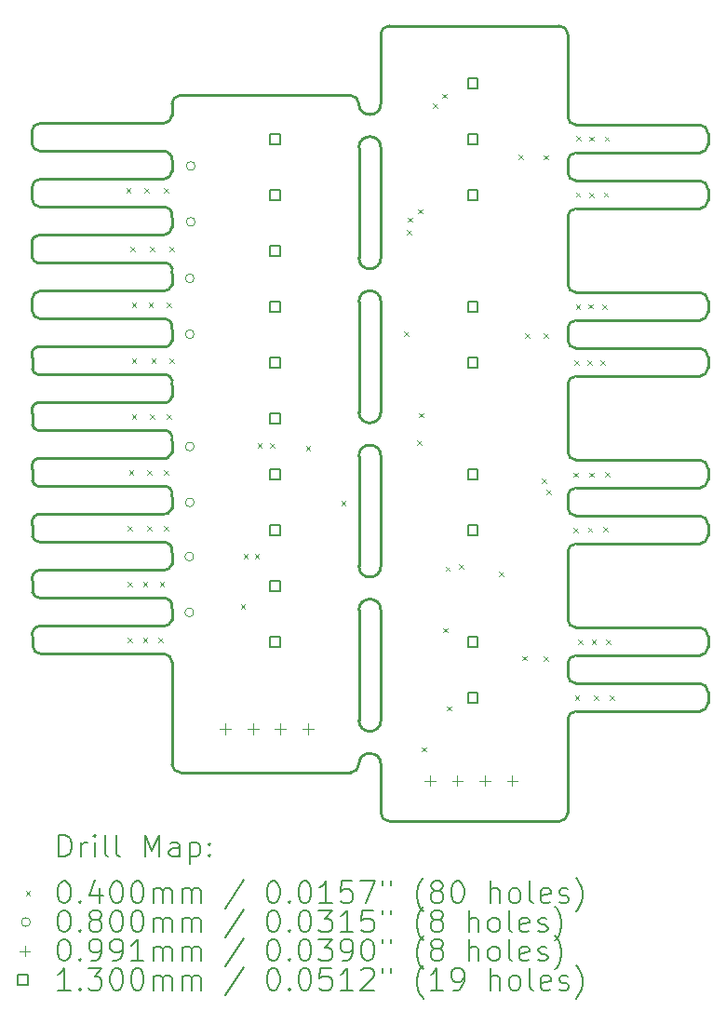
<source format=gbr>
%TF.GenerationSoftware,KiCad,Pcbnew,7.0.10*%
%TF.CreationDate,2024-07-22T21:05:39-04:00*%
%TF.ProjectId,12.X.1 - PLC Connector Combined,31322e58-2e31-4202-9d20-504c4320436f,rev?*%
%TF.SameCoordinates,Original*%
%TF.FileFunction,Drillmap*%
%TF.FilePolarity,Positive*%
%FSLAX45Y45*%
G04 Gerber Fmt 4.5, Leading zero omitted, Abs format (unit mm)*
G04 Created by KiCad (PCBNEW 7.0.10) date 2024-07-22 21:05:39*
%MOMM*%
%LPD*%
G01*
G04 APERTURE LIST*
%ADD10C,0.250000*%
%ADD11C,0.200000*%
%ADD12C,0.100000*%
%ADD13C,0.130000*%
G04 APERTURE END LIST*
D10*
X12005000Y-12184301D02*
X13130000Y-12184301D01*
X13205000Y-12259301D02*
G75*
G03*
X13130000Y-12184301I-75000J0D01*
G01*
X13205000Y-12259301D02*
X13205000Y-12363301D01*
X13130000Y-12438301D02*
G75*
G03*
X13205000Y-12363301I0J75000D01*
G01*
X13130000Y-12438301D02*
X12005000Y-12438301D01*
X12005000Y-12438301D02*
G75*
G03*
X11930000Y-12513301I0J-75000D01*
G01*
X11930000Y-12513301D02*
X11930000Y-13363301D01*
X11855000Y-13438301D02*
G75*
G03*
X11930000Y-13363301I0J75000D01*
G01*
X11855000Y-13438301D02*
X10305000Y-13438301D01*
X10230000Y-13363301D02*
G75*
G03*
X10305000Y-13438301I75000J0D01*
G01*
X10230000Y-13363301D02*
X10230000Y-12920000D01*
X10230000Y-12920000D02*
G75*
G03*
X10030000Y-12920000I-100000J0D01*
G01*
X9955000Y-12995001D02*
G75*
G03*
X10030000Y-12920000I0J75000D01*
G01*
X9955000Y-12995000D02*
X8405000Y-12995000D01*
X8330001Y-12920000D02*
G75*
G03*
X8405000Y-12995000I74999J-1D01*
G01*
X8330000Y-12920000D02*
X8330000Y-11990882D01*
X8329999Y-11990882D02*
G75*
G03*
X8262418Y-11916250I-74999J1D01*
G01*
X8262418Y-11916250D02*
X7137336Y-11916250D01*
X7062341Y-11841369D02*
G75*
G03*
X7137336Y-11916250I74999J118D01*
G01*
X7062336Y-11841369D02*
X7062207Y-11760122D01*
X7129999Y-11662493D02*
G75*
G03*
X7062207Y-11760122I3681J-74907D01*
G01*
X7129998Y-11662488D02*
X8254998Y-11662488D01*
X8254998Y-11662490D02*
G75*
G03*
X8330000Y-11608513I2992J74939D01*
G01*
X8330000Y-11608513D02*
X8330000Y-11504513D01*
X8330000Y-11504513D02*
G75*
G03*
X8254998Y-11408250I-71904J21327D01*
G01*
X8254998Y-11408250D02*
X7129998Y-11408250D01*
X7061564Y-11356123D02*
G75*
G03*
X7129998Y-11408250I71446J22813D01*
G01*
X7061566Y-11356123D02*
X7061401Y-11252123D01*
X7129998Y-11154482D02*
G75*
G03*
X7061401Y-11252123I2892J-74948D01*
G01*
X7129998Y-11154488D02*
X8254998Y-11154488D01*
X8254998Y-11154490D02*
G75*
G03*
X8330000Y-11100513I2992J74939D01*
G01*
X8330000Y-11100513D02*
X8330000Y-10996513D01*
X8330000Y-10996513D02*
G75*
G03*
X8254998Y-10900250I-71904J21327D01*
G01*
X8254998Y-10900250D02*
X7129998Y-10900250D01*
X7060762Y-10848123D02*
G75*
G03*
X7129998Y-10900250I71438J22842D01*
G01*
X7060760Y-10848124D02*
X7060595Y-10744124D01*
X7111277Y-10646493D02*
G75*
G03*
X7060595Y-10744124I19913J-72308D01*
G01*
X7111276Y-10646488D02*
X8236358Y-10646488D01*
X8236359Y-10646484D02*
G75*
G03*
X8330000Y-10592513I20851J72043D01*
G01*
X8330000Y-10592513D02*
X8330000Y-10488513D01*
X8330000Y-10488513D02*
G75*
G03*
X8235942Y-10392250I-70715J24988D01*
G01*
X8235942Y-10392250D02*
X7110860Y-10392250D01*
X7059954Y-10340124D02*
G75*
G03*
X7110860Y-10392250I72356J19744D01*
G01*
X7059954Y-10340124D02*
X7059789Y-10236125D01*
X7110472Y-10138496D02*
G75*
G03*
X7059789Y-10236125I19908J-72305D01*
G01*
X7110470Y-10138488D02*
X8235552Y-10138488D01*
X8235550Y-10138496D02*
G75*
G03*
X8330000Y-10084513I21600J71825D01*
G01*
X8330000Y-10084513D02*
X8330000Y-9980513D01*
X8329998Y-9980512D02*
G75*
G03*
X8235136Y-9884250I-70608J25291D01*
G01*
X8235136Y-9884250D02*
X7110054Y-9884250D01*
X7059145Y-9832126D02*
G75*
G03*
X7110054Y-9884250I72355J19745D01*
G01*
X7059148Y-9832125D02*
X7058983Y-9728125D01*
X7109665Y-9630491D02*
G75*
G03*
X7058983Y-9728125I19915J-72309D01*
G01*
X7109664Y-9630488D02*
X8234746Y-9630488D01*
X8234746Y-9630489D02*
G75*
G03*
X8330000Y-9576513I22354J71588D01*
G01*
X8330000Y-9576513D02*
X8330000Y-9472513D01*
X8330000Y-9472513D02*
G75*
G03*
X8234331Y-9376250I-70490J25616D01*
G01*
X8234331Y-9376250D02*
X7109248Y-9376250D01*
X7058343Y-9324125D02*
G75*
G03*
X7109248Y-9376250I72357J19745D01*
G01*
X7058342Y-9324126D02*
X7058177Y-9220126D01*
X7108860Y-9122494D02*
G75*
G03*
X7058177Y-9220126I19910J-72307D01*
G01*
X7108858Y-9122488D02*
X8233940Y-9122488D01*
X8233941Y-9122487D02*
G75*
G03*
X8330000Y-9068513I23099J71356D01*
G01*
X8330000Y-9068513D02*
X8330000Y-8964513D01*
X8330005Y-8964515D02*
G75*
G03*
X8257582Y-8868250I-71925J21264D01*
G01*
X8257582Y-8868250D02*
X7132500Y-8868250D01*
X7057501Y-8793369D02*
G75*
G03*
X7132500Y-8868250I74999J118D01*
G01*
X7057500Y-8793369D02*
X7057335Y-8689607D01*
X7132335Y-8614486D02*
G75*
G03*
X7057336Y-8689607I5J-75005D01*
G01*
X7132335Y-8614488D02*
X8257418Y-8614488D01*
X8257418Y-8614485D02*
G75*
G03*
X8330000Y-8560513I592J74994D01*
G01*
X8330000Y-8560513D02*
X8330000Y-8456513D01*
X8330002Y-8456514D02*
G75*
G03*
X8232720Y-8360250I-70232J26313D01*
G01*
X8232720Y-8360250D02*
X7107638Y-8360250D01*
X7056727Y-8308128D02*
G75*
G03*
X7107638Y-8360250I72353J19747D01*
G01*
X7056730Y-8308127D02*
X7056565Y-8204127D01*
X7129918Y-8106482D02*
G75*
G03*
X7056565Y-8204127I-1858J-74979D01*
G01*
X7129918Y-8106488D02*
X8255000Y-8106488D01*
X8255000Y-8106491D02*
G75*
G03*
X8330000Y-8031488I0J75000D01*
G01*
X8330000Y-8031488D02*
X8330000Y-7948513D01*
X8330005Y-7948514D02*
G75*
G03*
X8255971Y-7852250I-71915J21294D01*
G01*
X8255971Y-7852250D02*
X7130888Y-7852250D01*
X7055891Y-7777369D02*
G75*
G03*
X7130888Y-7852250I74999J118D01*
G01*
X7055888Y-7777369D02*
X7055726Y-7675128D01*
X7129917Y-7598483D02*
G75*
G03*
X7055726Y-7675128I793J-74998D01*
G01*
X7129918Y-7598488D02*
X8255000Y-7598488D01*
X8255000Y-7598491D02*
G75*
G03*
X8330000Y-7523488I0J75000D01*
G01*
X8330000Y-7523488D02*
X8330000Y-7424216D01*
X8329996Y-7424216D02*
G75*
G03*
X8255165Y-7344250I-74837J4965D01*
G01*
X8255165Y-7344250D02*
X7130082Y-7344250D01*
X7055081Y-7269369D02*
G75*
G03*
X7130082Y-7344250I74999J118D01*
G01*
X7055082Y-7269369D02*
X7054918Y-7165607D01*
X7129918Y-7090488D02*
G75*
G03*
X7054918Y-7165607I2J-75002D01*
G01*
X7129918Y-7090488D02*
X8255000Y-7090488D01*
X8255000Y-7090491D02*
G75*
G03*
X8330000Y-7015488I0J75000D01*
G01*
X8330000Y-7015488D02*
X8330000Y-6911513D01*
X8405000Y-6836511D02*
G75*
G03*
X8330000Y-6911513I0J-75000D01*
G01*
X8405000Y-6836513D02*
X9955000Y-6836513D01*
X10029997Y-6911513D02*
G75*
G03*
X9955000Y-6836513I-74997J2D01*
G01*
X10030000Y-6911513D02*
G75*
G03*
X10230000Y-6911513I100000J0D01*
G01*
X10230000Y-6911513D02*
X10230000Y-6275722D01*
X10304915Y-6204305D02*
G75*
G03*
X10230000Y-6275722I-5J-74995D01*
G01*
X10304915Y-6204301D02*
X11855000Y-6204301D01*
X11930000Y-6279301D02*
G75*
G03*
X11855000Y-6204301I-75000J0D01*
G01*
X11930000Y-6279301D02*
X11930000Y-7029301D01*
X11930000Y-7029301D02*
G75*
G03*
X12005000Y-7104301I75000J0D01*
G01*
X12005000Y-7104301D02*
X13130000Y-7104301D01*
X13205000Y-7179301D02*
G75*
G03*
X13130000Y-7104301I-75000J0D01*
G01*
X13205000Y-7179301D02*
X13205000Y-7283301D01*
X13130000Y-7358301D02*
G75*
G03*
X13205000Y-7283301I0J75000D01*
G01*
X13130000Y-7358301D02*
X12005000Y-7358301D01*
X12005000Y-7358301D02*
G75*
G03*
X11930000Y-7433301I0J-75000D01*
G01*
X11930000Y-7433301D02*
X11930000Y-7537301D01*
X11930000Y-7537301D02*
G75*
G03*
X12005000Y-7612301I75000J0D01*
G01*
X12005000Y-7612301D02*
X13130000Y-7612301D01*
X13205000Y-7687301D02*
G75*
G03*
X13130000Y-7612301I-75000J0D01*
G01*
X13205000Y-7687301D02*
X13205000Y-7791301D01*
X13130000Y-7866301D02*
G75*
G03*
X13205000Y-7791301I0J75000D01*
G01*
X13130000Y-7866301D02*
X12005000Y-7866301D01*
X12005000Y-7866301D02*
G75*
G03*
X11930000Y-7941301I0J-75000D01*
G01*
X11930000Y-7941301D02*
X11930000Y-8553301D01*
X11930000Y-8553301D02*
G75*
G03*
X12005000Y-8628301I75000J0D01*
G01*
X12005000Y-8628301D02*
X13130000Y-8628301D01*
X13205000Y-8703301D02*
G75*
G03*
X13130000Y-8628301I-75000J0D01*
G01*
X13205000Y-8703301D02*
X13205000Y-8807301D01*
X13130000Y-8882301D02*
G75*
G03*
X13205000Y-8807301I0J75000D01*
G01*
X13130000Y-8882301D02*
X12005000Y-8882301D01*
X12005000Y-8882301D02*
G75*
G03*
X11930000Y-8957301I0J-75000D01*
G01*
X11930000Y-8957301D02*
X11930000Y-9061301D01*
X11930000Y-9061301D02*
G75*
G03*
X12005000Y-9136301I75000J0D01*
G01*
X12005000Y-9136301D02*
X13130000Y-9136301D01*
X13205000Y-9211301D02*
G75*
G03*
X13130000Y-9136301I-75000J0D01*
G01*
X13205000Y-9211301D02*
X13205000Y-9315301D01*
X13130000Y-9390301D02*
G75*
G03*
X13205000Y-9315301I0J75000D01*
G01*
X13130000Y-9390301D02*
X12005000Y-9390301D01*
X12005000Y-9390301D02*
G75*
G03*
X11930000Y-9465301I0J-75000D01*
G01*
X11930000Y-9465301D02*
X11930000Y-10077301D01*
X11930000Y-10077301D02*
G75*
G03*
X12005000Y-10152301I75000J0D01*
G01*
X12005000Y-10152301D02*
X13130000Y-10152301D01*
X13205000Y-10227301D02*
G75*
G03*
X13130000Y-10152301I-75000J0D01*
G01*
X13205000Y-10227301D02*
X13205000Y-10331301D01*
X13130000Y-10406301D02*
G75*
G03*
X13205000Y-10331301I0J75000D01*
G01*
X13130000Y-10406301D02*
X12005000Y-10406301D01*
X12005000Y-10406301D02*
G75*
G03*
X11930000Y-10481301I0J-75000D01*
G01*
X11930000Y-10481301D02*
X11930000Y-10585301D01*
X11930000Y-10585301D02*
G75*
G03*
X12005000Y-10660301I75000J0D01*
G01*
X12005000Y-10660301D02*
X13130000Y-10660301D01*
X13205000Y-10735301D02*
G75*
G03*
X13130000Y-10660301I-75000J0D01*
G01*
X13205000Y-10735301D02*
X13205000Y-10839301D01*
X13130000Y-10914301D02*
G75*
G03*
X13205000Y-10839301I0J75000D01*
G01*
X13130000Y-10914301D02*
X12005000Y-10914301D01*
X12005000Y-10914301D02*
G75*
G03*
X11930000Y-10989301I0J-75000D01*
G01*
X11930000Y-10989301D02*
X11930000Y-11601301D01*
X11930000Y-11601301D02*
G75*
G03*
X12005000Y-11676301I75000J0D01*
G01*
X12005000Y-11676301D02*
X13130000Y-11676301D01*
X13205000Y-11751301D02*
G75*
G03*
X13130000Y-11676301I-75000J0D01*
G01*
X13205000Y-11751301D02*
X13205000Y-11855301D01*
X13130000Y-11930301D02*
G75*
G03*
X13205000Y-11855301I0J75000D01*
G01*
X13130000Y-11930301D02*
X12005000Y-11930301D01*
X12005000Y-11930301D02*
G75*
G03*
X11930000Y-12005301I0J-75000D01*
G01*
X11930000Y-12005301D02*
X11930000Y-12109301D01*
X11930000Y-12109301D02*
G75*
G03*
X12005000Y-12184301I75000J0D01*
G01*
X10230000Y-11518000D02*
G75*
G03*
X10030000Y-11518000I-100000J0D01*
G01*
X10030000Y-11518000D02*
X10030000Y-12520000D01*
X10030000Y-12520000D02*
G75*
G03*
X10230000Y-12520000I100000J0D01*
G01*
X10230000Y-12520000D02*
X10230000Y-11518000D01*
X10230000Y-10116000D02*
G75*
G03*
X10030000Y-10116000I-100000J0D01*
G01*
X10030000Y-10116000D02*
X10030000Y-11118000D01*
X10030000Y-11118000D02*
G75*
G03*
X10230000Y-11118000I100000J0D01*
G01*
X10230000Y-11118000D02*
X10230000Y-10116000D01*
X10030000Y-9715513D02*
G75*
G03*
X10230000Y-9715513I100000J0D01*
G01*
X10230000Y-9715513D02*
X10230000Y-8713513D01*
X10230000Y-8713513D02*
G75*
G03*
X10030000Y-8713513I-100000J0D01*
G01*
X10030000Y-8713513D02*
X10030000Y-9715513D01*
X10030000Y-8313513D02*
G75*
G03*
X10230000Y-8313513I100000J0D01*
G01*
X10230000Y-8313513D02*
X10230000Y-7311513D01*
X10230000Y-7311513D02*
G75*
G03*
X10030000Y-7311513I-100000J0D01*
G01*
X10030000Y-7311513D02*
X10030000Y-8313513D01*
D11*
D12*
X7914425Y-7678022D02*
X7954425Y-7718022D01*
X7954425Y-7678022D02*
X7914425Y-7718022D01*
X7927125Y-10751422D02*
X7967125Y-10791422D01*
X7967125Y-10751422D02*
X7927125Y-10791422D01*
X7927125Y-11259422D02*
X7967125Y-11299422D01*
X7967125Y-11259422D02*
X7927125Y-11299422D01*
X7927125Y-11767422D02*
X7967125Y-11807422D01*
X7967125Y-11767422D02*
X7927125Y-11807422D01*
X7939825Y-10243422D02*
X7979825Y-10283422D01*
X7979825Y-10243422D02*
X7939825Y-10283422D01*
X7952525Y-8211422D02*
X7992525Y-8251422D01*
X7992525Y-8211422D02*
X7952525Y-8251422D01*
X7965225Y-8719422D02*
X8005225Y-8759422D01*
X8005225Y-8719422D02*
X7965225Y-8759422D01*
X7965225Y-9227422D02*
X8005225Y-9267422D01*
X8005225Y-9227422D02*
X7965225Y-9267422D01*
X7965225Y-9735422D02*
X8005225Y-9775422D01*
X8005225Y-9735422D02*
X7965225Y-9775422D01*
X8066825Y-11259422D02*
X8106825Y-11299422D01*
X8106825Y-11259422D02*
X8066825Y-11299422D01*
X8066825Y-11767422D02*
X8106825Y-11807422D01*
X8106825Y-11767422D02*
X8066825Y-11807422D01*
X8079525Y-7678022D02*
X8119525Y-7718022D01*
X8119525Y-7678022D02*
X8079525Y-7718022D01*
X8104925Y-10243422D02*
X8144925Y-10283422D01*
X8144925Y-10243422D02*
X8104925Y-10283422D01*
X8104925Y-10751422D02*
X8144925Y-10791422D01*
X8144925Y-10751422D02*
X8104925Y-10791422D01*
X8117625Y-8719422D02*
X8157625Y-8759422D01*
X8157625Y-8719422D02*
X8117625Y-8759422D01*
X8130325Y-8211422D02*
X8170325Y-8251422D01*
X8170325Y-8211422D02*
X8130325Y-8251422D01*
X8130325Y-9735422D02*
X8170325Y-9775422D01*
X8170325Y-9735422D02*
X8130325Y-9775422D01*
X8143025Y-9227422D02*
X8183025Y-9267422D01*
X8183025Y-9227422D02*
X8143025Y-9267422D01*
X8206525Y-11767422D02*
X8246525Y-11807422D01*
X8246525Y-11767422D02*
X8206525Y-11807422D01*
X8219225Y-11259422D02*
X8259225Y-11299422D01*
X8259225Y-11259422D02*
X8219225Y-11299422D01*
X8257325Y-7678022D02*
X8297325Y-7718022D01*
X8297325Y-7678022D02*
X8257325Y-7718022D01*
X8257325Y-10243422D02*
X8297325Y-10283422D01*
X8297325Y-10243422D02*
X8257325Y-10283422D01*
X8257325Y-10751422D02*
X8297325Y-10791422D01*
X8297325Y-10751422D02*
X8257325Y-10791422D01*
X8282725Y-8719422D02*
X8322725Y-8759422D01*
X8322725Y-8719422D02*
X8282725Y-8759422D01*
X8282725Y-9735422D02*
X8322725Y-9775422D01*
X8322725Y-9735422D02*
X8282725Y-9775422D01*
X8308125Y-8211422D02*
X8348125Y-8251422D01*
X8348125Y-8211422D02*
X8308125Y-8251422D01*
X8308125Y-9227422D02*
X8348125Y-9267422D01*
X8348125Y-9227422D02*
X8308125Y-9267422D01*
X8955815Y-11462622D02*
X8995815Y-11502622D01*
X8995815Y-11462622D02*
X8955815Y-11502622D01*
X8981225Y-11005422D02*
X9021225Y-11045422D01*
X9021225Y-11005422D02*
X8981225Y-11045422D01*
X9082825Y-11005422D02*
X9122825Y-11045422D01*
X9122825Y-11005422D02*
X9082825Y-11045422D01*
X9108225Y-10002122D02*
X9148225Y-10042122D01*
X9148225Y-10002122D02*
X9108225Y-10042122D01*
X9222525Y-10002122D02*
X9262525Y-10042122D01*
X9262525Y-10002122D02*
X9222525Y-10042122D01*
X9547900Y-10024440D02*
X9587900Y-10064440D01*
X9587900Y-10024440D02*
X9547900Y-10064440D01*
X9870225Y-10524000D02*
X9910225Y-10564000D01*
X9910225Y-10524000D02*
X9870225Y-10564000D01*
X10442239Y-8985913D02*
X10482239Y-9025913D01*
X10482239Y-8985913D02*
X10442239Y-9025913D01*
X10465125Y-8061600D02*
X10505125Y-8101600D01*
X10505125Y-8061600D02*
X10465125Y-8101600D01*
X10477825Y-7947300D02*
X10517825Y-7987300D01*
X10517825Y-7947300D02*
X10477825Y-7987300D01*
X10558239Y-9972913D02*
X10598239Y-10012913D01*
X10598239Y-9972913D02*
X10558239Y-10012913D01*
X10566725Y-7871100D02*
X10606725Y-7911100D01*
X10606725Y-7871100D02*
X10566725Y-7911100D01*
X10579239Y-9725300D02*
X10619239Y-9765300D01*
X10619239Y-9725300D02*
X10579239Y-9765300D01*
X10600244Y-12764908D02*
X10640244Y-12804908D01*
X10640244Y-12764908D02*
X10600244Y-12804908D01*
X10704163Y-6908162D02*
X10744163Y-6948162D01*
X10744163Y-6908162D02*
X10704163Y-6948162D01*
X10790663Y-6821662D02*
X10830663Y-6861662D01*
X10830663Y-6821662D02*
X10790663Y-6861662D01*
X10795325Y-11681100D02*
X10835325Y-11721100D01*
X10835325Y-11681100D02*
X10795325Y-11721100D01*
X10818239Y-11122300D02*
X10858239Y-11162300D01*
X10858239Y-11122300D02*
X10818239Y-11162300D01*
X10832805Y-12391680D02*
X10872805Y-12431680D01*
X10872805Y-12391680D02*
X10832805Y-12431680D01*
X10943239Y-11097913D02*
X10983239Y-11137913D01*
X10983239Y-11097913D02*
X10943239Y-11137913D01*
X11305003Y-11171425D02*
X11345003Y-11211425D01*
X11345003Y-11171425D02*
X11305003Y-11211425D01*
X11481125Y-7375800D02*
X11521125Y-7415800D01*
X11521125Y-7375800D02*
X11481125Y-7415800D01*
X11519225Y-11935100D02*
X11559225Y-11975100D01*
X11559225Y-11935100D02*
X11519225Y-11975100D01*
X11544625Y-9001400D02*
X11584625Y-9041400D01*
X11584625Y-9001400D02*
X11544625Y-9041400D01*
X11693425Y-10319100D02*
X11733425Y-10359100D01*
X11733425Y-10319100D02*
X11693425Y-10359100D01*
X11709725Y-9001400D02*
X11749725Y-9041400D01*
X11749725Y-9001400D02*
X11709725Y-9041400D01*
X11714425Y-7379100D02*
X11754425Y-7419100D01*
X11754425Y-7379100D02*
X11714425Y-7419100D01*
X11714425Y-11936100D02*
X11754425Y-11976100D01*
X11754425Y-11936100D02*
X11714425Y-11976100D01*
X11735124Y-10425050D02*
X11775124Y-10465050D01*
X11775124Y-10425050D02*
X11735124Y-10465050D01*
X11983425Y-10267100D02*
X12023425Y-10307100D01*
X12023425Y-10267100D02*
X11983425Y-10307100D01*
X11983425Y-10769109D02*
X12023425Y-10809109D01*
X12023425Y-10769109D02*
X11983425Y-10809109D01*
X11993425Y-9247100D02*
X12033425Y-9287100D01*
X12033425Y-9247100D02*
X11993425Y-9287100D01*
X11994803Y-12292477D02*
X12034803Y-12332477D01*
X12034803Y-12292477D02*
X11994803Y-12332477D01*
X12003425Y-7719184D02*
X12043425Y-7759184D01*
X12043425Y-7719184D02*
X12003425Y-7759184D01*
X12003425Y-8737100D02*
X12043425Y-8777100D01*
X12043425Y-8737100D02*
X12003425Y-8777100D01*
X12006425Y-7208100D02*
X12046425Y-7248100D01*
X12046425Y-7208100D02*
X12006425Y-7248100D01*
X12023425Y-11784093D02*
X12063425Y-11824093D01*
X12063425Y-11784093D02*
X12023425Y-11824093D01*
X12109425Y-9247100D02*
X12149425Y-9287100D01*
X12149425Y-9247100D02*
X12109425Y-9287100D01*
X12113425Y-10767100D02*
X12153425Y-10807100D01*
X12153425Y-10767100D02*
X12113425Y-10807100D01*
X12120425Y-8734100D02*
X12160425Y-8774100D01*
X12160425Y-8734100D02*
X12120425Y-8774100D01*
X12125425Y-7211100D02*
X12165425Y-7251100D01*
X12165425Y-7211100D02*
X12125425Y-7251100D01*
X12125425Y-7720100D02*
X12165425Y-7760100D01*
X12165425Y-7720100D02*
X12125425Y-7760100D01*
X12127425Y-10267100D02*
X12167425Y-10307100D01*
X12167425Y-10267100D02*
X12127425Y-10307100D01*
X12146783Y-11785905D02*
X12186783Y-11825905D01*
X12186783Y-11785905D02*
X12146783Y-11825905D01*
X12167047Y-12292478D02*
X12207047Y-12332478D01*
X12207047Y-12292478D02*
X12167047Y-12332478D01*
X12227425Y-9247100D02*
X12267425Y-9287100D01*
X12267425Y-9247100D02*
X12227425Y-9287100D01*
X12244425Y-8736100D02*
X12284425Y-8776100D01*
X12284425Y-8736100D02*
X12244425Y-8776100D01*
X12255425Y-10764100D02*
X12295425Y-10804100D01*
X12295425Y-10764100D02*
X12255425Y-10804100D01*
X12256425Y-7718100D02*
X12296425Y-7758100D01*
X12296425Y-7718100D02*
X12256425Y-7758100D01*
X12266425Y-7211100D02*
X12306425Y-7251100D01*
X12306425Y-7211100D02*
X12266425Y-7251100D01*
X12270425Y-10265100D02*
X12310425Y-10305100D01*
X12310425Y-10265100D02*
X12270425Y-10305100D01*
X12280255Y-11784257D02*
X12320255Y-11824257D01*
X12320255Y-11784257D02*
X12280255Y-11824257D01*
X12310047Y-12292478D02*
X12350047Y-12332478D01*
X12350047Y-12292478D02*
X12310047Y-12332478D01*
X8527825Y-11031222D02*
G75*
G03*
X8447825Y-11031222I-40000J0D01*
G01*
X8447825Y-11031222D02*
G75*
G03*
X8527825Y-11031222I40000J0D01*
G01*
X8527825Y-11539222D02*
G75*
G03*
X8447825Y-11539222I-40000J0D01*
G01*
X8447825Y-11539222D02*
G75*
G03*
X8527825Y-11539222I40000J0D01*
G01*
X8531825Y-8500222D02*
G75*
G03*
X8451825Y-8500222I-40000J0D01*
G01*
X8451825Y-8500222D02*
G75*
G03*
X8531825Y-8500222I40000J0D01*
G01*
X8531825Y-9008222D02*
G75*
G03*
X8451825Y-9008222I-40000J0D01*
G01*
X8451825Y-9008222D02*
G75*
G03*
X8531825Y-9008222I40000J0D01*
G01*
X8531825Y-10029722D02*
G75*
G03*
X8451825Y-10029722I-40000J0D01*
G01*
X8451825Y-10029722D02*
G75*
G03*
X8531825Y-10029722I40000J0D01*
G01*
X8531825Y-10537722D02*
G75*
G03*
X8451825Y-10537722I-40000J0D01*
G01*
X8451825Y-10537722D02*
G75*
G03*
X8531825Y-10537722I40000J0D01*
G01*
X8540825Y-7478222D02*
G75*
G03*
X8460825Y-7478222I-40000J0D01*
G01*
X8460825Y-7478222D02*
G75*
G03*
X8540825Y-7478222I40000J0D01*
G01*
X8540825Y-7986222D02*
G75*
G03*
X8460825Y-7986222I-40000J0D01*
G01*
X8460825Y-7986222D02*
G75*
G03*
X8540825Y-7986222I40000J0D01*
G01*
X8816000Y-12547470D02*
X8816000Y-12646530D01*
X8766470Y-12597000D02*
X8865530Y-12597000D01*
X9066000Y-12547470D02*
X9066000Y-12646530D01*
X9016470Y-12597000D02*
X9115530Y-12597000D01*
X9316000Y-12547470D02*
X9316000Y-12646530D01*
X9266470Y-12597000D02*
X9365530Y-12597000D01*
X9566000Y-12547470D02*
X9566000Y-12646530D01*
X9516470Y-12597000D02*
X9615530Y-12597000D01*
X10676000Y-13019470D02*
X10676000Y-13118530D01*
X10626470Y-13069000D02*
X10725530Y-13069000D01*
X10926000Y-13019470D02*
X10926000Y-13118530D01*
X10876470Y-13069000D02*
X10975530Y-13069000D01*
X11176000Y-13019470D02*
X11176000Y-13118530D01*
X11126470Y-13069000D02*
X11225530Y-13069000D01*
X11426000Y-13019470D02*
X11426000Y-13118530D01*
X11376470Y-13069000D02*
X11475530Y-13069000D01*
D13*
X9309962Y-7279962D02*
X9309962Y-7188038D01*
X9218038Y-7188038D01*
X9218038Y-7279962D01*
X9309962Y-7279962D01*
X9309962Y-7787962D02*
X9309962Y-7696038D01*
X9218038Y-7696038D01*
X9218038Y-7787962D01*
X9309962Y-7787962D01*
X9309962Y-8295962D02*
X9309962Y-8204038D01*
X9218038Y-8204038D01*
X9218038Y-8295962D01*
X9309962Y-8295962D01*
X9309962Y-8803962D02*
X9309962Y-8712038D01*
X9218038Y-8712038D01*
X9218038Y-8803962D01*
X9309962Y-8803962D01*
X9309962Y-9311962D02*
X9309962Y-9220038D01*
X9218038Y-9220038D01*
X9218038Y-9311962D01*
X9309962Y-9311962D01*
X9309962Y-9819962D02*
X9309962Y-9728038D01*
X9218038Y-9728038D01*
X9218038Y-9819962D01*
X9309962Y-9819962D01*
X9309962Y-10327962D02*
X9309962Y-10236038D01*
X9218038Y-10236038D01*
X9218038Y-10327962D01*
X9309962Y-10327962D01*
X9309962Y-10835962D02*
X9309962Y-10744038D01*
X9218038Y-10744038D01*
X9218038Y-10835962D01*
X9309962Y-10835962D01*
X9309962Y-11343962D02*
X9309962Y-11252038D01*
X9218038Y-11252038D01*
X9218038Y-11343962D01*
X9309962Y-11343962D01*
X9309962Y-11851962D02*
X9309962Y-11760038D01*
X9218038Y-11760038D01*
X9218038Y-11851962D01*
X9309962Y-11851962D01*
X11112962Y-6770962D02*
X11112962Y-6679038D01*
X11021038Y-6679038D01*
X11021038Y-6770962D01*
X11112962Y-6770962D01*
X11112962Y-7278962D02*
X11112962Y-7187038D01*
X11021038Y-7187038D01*
X11021038Y-7278962D01*
X11112962Y-7278962D01*
X11112962Y-7786962D02*
X11112962Y-7695038D01*
X11021038Y-7695038D01*
X11021038Y-7786962D01*
X11112962Y-7786962D01*
X11112962Y-8802962D02*
X11112962Y-8711038D01*
X11021038Y-8711038D01*
X11021038Y-8802962D01*
X11112962Y-8802962D01*
X11112962Y-9310962D02*
X11112962Y-9219038D01*
X11021038Y-9219038D01*
X11021038Y-9310962D01*
X11112962Y-9310962D01*
X11112962Y-10326962D02*
X11112962Y-10235038D01*
X11021038Y-10235038D01*
X11021038Y-10326962D01*
X11112962Y-10326962D01*
X11112962Y-10834962D02*
X11112962Y-10743038D01*
X11021038Y-10743038D01*
X11021038Y-10834962D01*
X11112962Y-10834962D01*
X11112962Y-11850962D02*
X11112962Y-11759038D01*
X11021038Y-11759038D01*
X11021038Y-11850962D01*
X11112962Y-11850962D01*
X11112962Y-12358962D02*
X11112962Y-12267038D01*
X11021038Y-12267038D01*
X11021038Y-12358962D01*
X11112962Y-12358962D01*
D11*
X7301335Y-13762284D02*
X7301335Y-13562284D01*
X7301335Y-13562284D02*
X7348954Y-13562284D01*
X7348954Y-13562284D02*
X7377526Y-13571808D01*
X7377526Y-13571808D02*
X7396573Y-13590856D01*
X7396573Y-13590856D02*
X7406097Y-13609903D01*
X7406097Y-13609903D02*
X7415621Y-13647999D01*
X7415621Y-13647999D02*
X7415621Y-13676570D01*
X7415621Y-13676570D02*
X7406097Y-13714665D01*
X7406097Y-13714665D02*
X7396573Y-13733713D01*
X7396573Y-13733713D02*
X7377526Y-13752761D01*
X7377526Y-13752761D02*
X7348954Y-13762284D01*
X7348954Y-13762284D02*
X7301335Y-13762284D01*
X7501335Y-13762284D02*
X7501335Y-13628951D01*
X7501335Y-13667046D02*
X7510859Y-13647999D01*
X7510859Y-13647999D02*
X7520383Y-13638475D01*
X7520383Y-13638475D02*
X7539430Y-13628951D01*
X7539430Y-13628951D02*
X7558478Y-13628951D01*
X7625145Y-13762284D02*
X7625145Y-13628951D01*
X7625145Y-13562284D02*
X7615621Y-13571808D01*
X7615621Y-13571808D02*
X7625145Y-13581332D01*
X7625145Y-13581332D02*
X7634668Y-13571808D01*
X7634668Y-13571808D02*
X7625145Y-13562284D01*
X7625145Y-13562284D02*
X7625145Y-13581332D01*
X7748954Y-13762284D02*
X7729906Y-13752761D01*
X7729906Y-13752761D02*
X7720383Y-13733713D01*
X7720383Y-13733713D02*
X7720383Y-13562284D01*
X7853716Y-13762284D02*
X7834668Y-13752761D01*
X7834668Y-13752761D02*
X7825145Y-13733713D01*
X7825145Y-13733713D02*
X7825145Y-13562284D01*
X8082287Y-13762284D02*
X8082287Y-13562284D01*
X8082287Y-13562284D02*
X8148954Y-13705142D01*
X8148954Y-13705142D02*
X8215621Y-13562284D01*
X8215621Y-13562284D02*
X8215621Y-13762284D01*
X8396573Y-13762284D02*
X8396573Y-13657523D01*
X8396573Y-13657523D02*
X8387049Y-13638475D01*
X8387049Y-13638475D02*
X8368002Y-13628951D01*
X8368002Y-13628951D02*
X8329906Y-13628951D01*
X8329906Y-13628951D02*
X8310859Y-13638475D01*
X8396573Y-13752761D02*
X8377526Y-13762284D01*
X8377526Y-13762284D02*
X8329906Y-13762284D01*
X8329906Y-13762284D02*
X8310859Y-13752761D01*
X8310859Y-13752761D02*
X8301335Y-13733713D01*
X8301335Y-13733713D02*
X8301335Y-13714665D01*
X8301335Y-13714665D02*
X8310859Y-13695618D01*
X8310859Y-13695618D02*
X8329906Y-13686094D01*
X8329906Y-13686094D02*
X8377526Y-13686094D01*
X8377526Y-13686094D02*
X8396573Y-13676570D01*
X8491811Y-13628951D02*
X8491811Y-13828951D01*
X8491811Y-13638475D02*
X8510859Y-13628951D01*
X8510859Y-13628951D02*
X8548954Y-13628951D01*
X8548954Y-13628951D02*
X8568002Y-13638475D01*
X8568002Y-13638475D02*
X8577526Y-13647999D01*
X8577526Y-13647999D02*
X8587049Y-13667046D01*
X8587049Y-13667046D02*
X8587049Y-13724189D01*
X8587049Y-13724189D02*
X8577526Y-13743237D01*
X8577526Y-13743237D02*
X8568002Y-13752761D01*
X8568002Y-13752761D02*
X8548954Y-13762284D01*
X8548954Y-13762284D02*
X8510859Y-13762284D01*
X8510859Y-13762284D02*
X8491811Y-13752761D01*
X8672764Y-13743237D02*
X8682288Y-13752761D01*
X8682288Y-13752761D02*
X8672764Y-13762284D01*
X8672764Y-13762284D02*
X8663240Y-13752761D01*
X8663240Y-13752761D02*
X8672764Y-13743237D01*
X8672764Y-13743237D02*
X8672764Y-13762284D01*
X8672764Y-13638475D02*
X8682288Y-13647999D01*
X8682288Y-13647999D02*
X8672764Y-13657523D01*
X8672764Y-13657523D02*
X8663240Y-13647999D01*
X8663240Y-13647999D02*
X8672764Y-13638475D01*
X8672764Y-13638475D02*
X8672764Y-13657523D01*
D12*
X7000558Y-14070801D02*
X7040558Y-14110801D01*
X7040558Y-14070801D02*
X7000558Y-14110801D01*
D11*
X7339430Y-13982284D02*
X7358478Y-13982284D01*
X7358478Y-13982284D02*
X7377526Y-13991808D01*
X7377526Y-13991808D02*
X7387049Y-14001332D01*
X7387049Y-14001332D02*
X7396573Y-14020380D01*
X7396573Y-14020380D02*
X7406097Y-14058475D01*
X7406097Y-14058475D02*
X7406097Y-14106094D01*
X7406097Y-14106094D02*
X7396573Y-14144189D01*
X7396573Y-14144189D02*
X7387049Y-14163237D01*
X7387049Y-14163237D02*
X7377526Y-14172761D01*
X7377526Y-14172761D02*
X7358478Y-14182284D01*
X7358478Y-14182284D02*
X7339430Y-14182284D01*
X7339430Y-14182284D02*
X7320383Y-14172761D01*
X7320383Y-14172761D02*
X7310859Y-14163237D01*
X7310859Y-14163237D02*
X7301335Y-14144189D01*
X7301335Y-14144189D02*
X7291811Y-14106094D01*
X7291811Y-14106094D02*
X7291811Y-14058475D01*
X7291811Y-14058475D02*
X7301335Y-14020380D01*
X7301335Y-14020380D02*
X7310859Y-14001332D01*
X7310859Y-14001332D02*
X7320383Y-13991808D01*
X7320383Y-13991808D02*
X7339430Y-13982284D01*
X7491811Y-14163237D02*
X7501335Y-14172761D01*
X7501335Y-14172761D02*
X7491811Y-14182284D01*
X7491811Y-14182284D02*
X7482287Y-14172761D01*
X7482287Y-14172761D02*
X7491811Y-14163237D01*
X7491811Y-14163237D02*
X7491811Y-14182284D01*
X7672764Y-14048951D02*
X7672764Y-14182284D01*
X7625145Y-13972761D02*
X7577526Y-14115618D01*
X7577526Y-14115618D02*
X7701335Y-14115618D01*
X7815621Y-13982284D02*
X7834668Y-13982284D01*
X7834668Y-13982284D02*
X7853716Y-13991808D01*
X7853716Y-13991808D02*
X7863240Y-14001332D01*
X7863240Y-14001332D02*
X7872764Y-14020380D01*
X7872764Y-14020380D02*
X7882287Y-14058475D01*
X7882287Y-14058475D02*
X7882287Y-14106094D01*
X7882287Y-14106094D02*
X7872764Y-14144189D01*
X7872764Y-14144189D02*
X7863240Y-14163237D01*
X7863240Y-14163237D02*
X7853716Y-14172761D01*
X7853716Y-14172761D02*
X7834668Y-14182284D01*
X7834668Y-14182284D02*
X7815621Y-14182284D01*
X7815621Y-14182284D02*
X7796573Y-14172761D01*
X7796573Y-14172761D02*
X7787049Y-14163237D01*
X7787049Y-14163237D02*
X7777526Y-14144189D01*
X7777526Y-14144189D02*
X7768002Y-14106094D01*
X7768002Y-14106094D02*
X7768002Y-14058475D01*
X7768002Y-14058475D02*
X7777526Y-14020380D01*
X7777526Y-14020380D02*
X7787049Y-14001332D01*
X7787049Y-14001332D02*
X7796573Y-13991808D01*
X7796573Y-13991808D02*
X7815621Y-13982284D01*
X8006097Y-13982284D02*
X8025145Y-13982284D01*
X8025145Y-13982284D02*
X8044192Y-13991808D01*
X8044192Y-13991808D02*
X8053716Y-14001332D01*
X8053716Y-14001332D02*
X8063240Y-14020380D01*
X8063240Y-14020380D02*
X8072764Y-14058475D01*
X8072764Y-14058475D02*
X8072764Y-14106094D01*
X8072764Y-14106094D02*
X8063240Y-14144189D01*
X8063240Y-14144189D02*
X8053716Y-14163237D01*
X8053716Y-14163237D02*
X8044192Y-14172761D01*
X8044192Y-14172761D02*
X8025145Y-14182284D01*
X8025145Y-14182284D02*
X8006097Y-14182284D01*
X8006097Y-14182284D02*
X7987049Y-14172761D01*
X7987049Y-14172761D02*
X7977526Y-14163237D01*
X7977526Y-14163237D02*
X7968002Y-14144189D01*
X7968002Y-14144189D02*
X7958478Y-14106094D01*
X7958478Y-14106094D02*
X7958478Y-14058475D01*
X7958478Y-14058475D02*
X7968002Y-14020380D01*
X7968002Y-14020380D02*
X7977526Y-14001332D01*
X7977526Y-14001332D02*
X7987049Y-13991808D01*
X7987049Y-13991808D02*
X8006097Y-13982284D01*
X8158478Y-14182284D02*
X8158478Y-14048951D01*
X8158478Y-14067999D02*
X8168002Y-14058475D01*
X8168002Y-14058475D02*
X8187049Y-14048951D01*
X8187049Y-14048951D02*
X8215621Y-14048951D01*
X8215621Y-14048951D02*
X8234668Y-14058475D01*
X8234668Y-14058475D02*
X8244192Y-14077523D01*
X8244192Y-14077523D02*
X8244192Y-14182284D01*
X8244192Y-14077523D02*
X8253716Y-14058475D01*
X8253716Y-14058475D02*
X8272764Y-14048951D01*
X8272764Y-14048951D02*
X8301335Y-14048951D01*
X8301335Y-14048951D02*
X8320383Y-14058475D01*
X8320383Y-14058475D02*
X8329907Y-14077523D01*
X8329907Y-14077523D02*
X8329907Y-14182284D01*
X8425145Y-14182284D02*
X8425145Y-14048951D01*
X8425145Y-14067999D02*
X8434669Y-14058475D01*
X8434669Y-14058475D02*
X8453716Y-14048951D01*
X8453716Y-14048951D02*
X8482288Y-14048951D01*
X8482288Y-14048951D02*
X8501335Y-14058475D01*
X8501335Y-14058475D02*
X8510859Y-14077523D01*
X8510859Y-14077523D02*
X8510859Y-14182284D01*
X8510859Y-14077523D02*
X8520383Y-14058475D01*
X8520383Y-14058475D02*
X8539430Y-14048951D01*
X8539430Y-14048951D02*
X8568002Y-14048951D01*
X8568002Y-14048951D02*
X8587050Y-14058475D01*
X8587050Y-14058475D02*
X8596573Y-14077523D01*
X8596573Y-14077523D02*
X8596573Y-14182284D01*
X8987050Y-13972761D02*
X8815621Y-14229903D01*
X9244192Y-13982284D02*
X9263240Y-13982284D01*
X9263240Y-13982284D02*
X9282288Y-13991808D01*
X9282288Y-13991808D02*
X9291812Y-14001332D01*
X9291812Y-14001332D02*
X9301335Y-14020380D01*
X9301335Y-14020380D02*
X9310859Y-14058475D01*
X9310859Y-14058475D02*
X9310859Y-14106094D01*
X9310859Y-14106094D02*
X9301335Y-14144189D01*
X9301335Y-14144189D02*
X9291812Y-14163237D01*
X9291812Y-14163237D02*
X9282288Y-14172761D01*
X9282288Y-14172761D02*
X9263240Y-14182284D01*
X9263240Y-14182284D02*
X9244192Y-14182284D01*
X9244192Y-14182284D02*
X9225145Y-14172761D01*
X9225145Y-14172761D02*
X9215621Y-14163237D01*
X9215621Y-14163237D02*
X9206097Y-14144189D01*
X9206097Y-14144189D02*
X9196573Y-14106094D01*
X9196573Y-14106094D02*
X9196573Y-14058475D01*
X9196573Y-14058475D02*
X9206097Y-14020380D01*
X9206097Y-14020380D02*
X9215621Y-14001332D01*
X9215621Y-14001332D02*
X9225145Y-13991808D01*
X9225145Y-13991808D02*
X9244192Y-13982284D01*
X9396573Y-14163237D02*
X9406097Y-14172761D01*
X9406097Y-14172761D02*
X9396573Y-14182284D01*
X9396573Y-14182284D02*
X9387050Y-14172761D01*
X9387050Y-14172761D02*
X9396573Y-14163237D01*
X9396573Y-14163237D02*
X9396573Y-14182284D01*
X9529907Y-13982284D02*
X9548954Y-13982284D01*
X9548954Y-13982284D02*
X9568002Y-13991808D01*
X9568002Y-13991808D02*
X9577526Y-14001332D01*
X9577526Y-14001332D02*
X9587050Y-14020380D01*
X9587050Y-14020380D02*
X9596573Y-14058475D01*
X9596573Y-14058475D02*
X9596573Y-14106094D01*
X9596573Y-14106094D02*
X9587050Y-14144189D01*
X9587050Y-14144189D02*
X9577526Y-14163237D01*
X9577526Y-14163237D02*
X9568002Y-14172761D01*
X9568002Y-14172761D02*
X9548954Y-14182284D01*
X9548954Y-14182284D02*
X9529907Y-14182284D01*
X9529907Y-14182284D02*
X9510859Y-14172761D01*
X9510859Y-14172761D02*
X9501335Y-14163237D01*
X9501335Y-14163237D02*
X9491812Y-14144189D01*
X9491812Y-14144189D02*
X9482288Y-14106094D01*
X9482288Y-14106094D02*
X9482288Y-14058475D01*
X9482288Y-14058475D02*
X9491812Y-14020380D01*
X9491812Y-14020380D02*
X9501335Y-14001332D01*
X9501335Y-14001332D02*
X9510859Y-13991808D01*
X9510859Y-13991808D02*
X9529907Y-13982284D01*
X9787050Y-14182284D02*
X9672764Y-14182284D01*
X9729907Y-14182284D02*
X9729907Y-13982284D01*
X9729907Y-13982284D02*
X9710859Y-14010856D01*
X9710859Y-14010856D02*
X9691812Y-14029903D01*
X9691812Y-14029903D02*
X9672764Y-14039427D01*
X9968002Y-13982284D02*
X9872764Y-13982284D01*
X9872764Y-13982284D02*
X9863240Y-14077523D01*
X9863240Y-14077523D02*
X9872764Y-14067999D01*
X9872764Y-14067999D02*
X9891812Y-14058475D01*
X9891812Y-14058475D02*
X9939431Y-14058475D01*
X9939431Y-14058475D02*
X9958478Y-14067999D01*
X9958478Y-14067999D02*
X9968002Y-14077523D01*
X9968002Y-14077523D02*
X9977526Y-14096570D01*
X9977526Y-14096570D02*
X9977526Y-14144189D01*
X9977526Y-14144189D02*
X9968002Y-14163237D01*
X9968002Y-14163237D02*
X9958478Y-14172761D01*
X9958478Y-14172761D02*
X9939431Y-14182284D01*
X9939431Y-14182284D02*
X9891812Y-14182284D01*
X9891812Y-14182284D02*
X9872764Y-14172761D01*
X9872764Y-14172761D02*
X9863240Y-14163237D01*
X10044193Y-13982284D02*
X10177526Y-13982284D01*
X10177526Y-13982284D02*
X10091812Y-14182284D01*
X10244193Y-13982284D02*
X10244193Y-14020380D01*
X10320383Y-13982284D02*
X10320383Y-14020380D01*
X10615621Y-14258475D02*
X10606097Y-14248951D01*
X10606097Y-14248951D02*
X10587050Y-14220380D01*
X10587050Y-14220380D02*
X10577526Y-14201332D01*
X10577526Y-14201332D02*
X10568002Y-14172761D01*
X10568002Y-14172761D02*
X10558478Y-14125142D01*
X10558478Y-14125142D02*
X10558478Y-14087046D01*
X10558478Y-14087046D02*
X10568002Y-14039427D01*
X10568002Y-14039427D02*
X10577526Y-14010856D01*
X10577526Y-14010856D02*
X10587050Y-13991808D01*
X10587050Y-13991808D02*
X10606097Y-13963237D01*
X10606097Y-13963237D02*
X10615621Y-13953713D01*
X10720383Y-14067999D02*
X10701335Y-14058475D01*
X10701335Y-14058475D02*
X10691812Y-14048951D01*
X10691812Y-14048951D02*
X10682288Y-14029903D01*
X10682288Y-14029903D02*
X10682288Y-14020380D01*
X10682288Y-14020380D02*
X10691812Y-14001332D01*
X10691812Y-14001332D02*
X10701335Y-13991808D01*
X10701335Y-13991808D02*
X10720383Y-13982284D01*
X10720383Y-13982284D02*
X10758478Y-13982284D01*
X10758478Y-13982284D02*
X10777526Y-13991808D01*
X10777526Y-13991808D02*
X10787050Y-14001332D01*
X10787050Y-14001332D02*
X10796574Y-14020380D01*
X10796574Y-14020380D02*
X10796574Y-14029903D01*
X10796574Y-14029903D02*
X10787050Y-14048951D01*
X10787050Y-14048951D02*
X10777526Y-14058475D01*
X10777526Y-14058475D02*
X10758478Y-14067999D01*
X10758478Y-14067999D02*
X10720383Y-14067999D01*
X10720383Y-14067999D02*
X10701335Y-14077523D01*
X10701335Y-14077523D02*
X10691812Y-14087046D01*
X10691812Y-14087046D02*
X10682288Y-14106094D01*
X10682288Y-14106094D02*
X10682288Y-14144189D01*
X10682288Y-14144189D02*
X10691812Y-14163237D01*
X10691812Y-14163237D02*
X10701335Y-14172761D01*
X10701335Y-14172761D02*
X10720383Y-14182284D01*
X10720383Y-14182284D02*
X10758478Y-14182284D01*
X10758478Y-14182284D02*
X10777526Y-14172761D01*
X10777526Y-14172761D02*
X10787050Y-14163237D01*
X10787050Y-14163237D02*
X10796574Y-14144189D01*
X10796574Y-14144189D02*
X10796574Y-14106094D01*
X10796574Y-14106094D02*
X10787050Y-14087046D01*
X10787050Y-14087046D02*
X10777526Y-14077523D01*
X10777526Y-14077523D02*
X10758478Y-14067999D01*
X10920383Y-13982284D02*
X10939431Y-13982284D01*
X10939431Y-13982284D02*
X10958478Y-13991808D01*
X10958478Y-13991808D02*
X10968002Y-14001332D01*
X10968002Y-14001332D02*
X10977526Y-14020380D01*
X10977526Y-14020380D02*
X10987050Y-14058475D01*
X10987050Y-14058475D02*
X10987050Y-14106094D01*
X10987050Y-14106094D02*
X10977526Y-14144189D01*
X10977526Y-14144189D02*
X10968002Y-14163237D01*
X10968002Y-14163237D02*
X10958478Y-14172761D01*
X10958478Y-14172761D02*
X10939431Y-14182284D01*
X10939431Y-14182284D02*
X10920383Y-14182284D01*
X10920383Y-14182284D02*
X10901335Y-14172761D01*
X10901335Y-14172761D02*
X10891812Y-14163237D01*
X10891812Y-14163237D02*
X10882288Y-14144189D01*
X10882288Y-14144189D02*
X10872764Y-14106094D01*
X10872764Y-14106094D02*
X10872764Y-14058475D01*
X10872764Y-14058475D02*
X10882288Y-14020380D01*
X10882288Y-14020380D02*
X10891812Y-14001332D01*
X10891812Y-14001332D02*
X10901335Y-13991808D01*
X10901335Y-13991808D02*
X10920383Y-13982284D01*
X11225145Y-14182284D02*
X11225145Y-13982284D01*
X11310859Y-14182284D02*
X11310859Y-14077523D01*
X11310859Y-14077523D02*
X11301335Y-14058475D01*
X11301335Y-14058475D02*
X11282288Y-14048951D01*
X11282288Y-14048951D02*
X11253716Y-14048951D01*
X11253716Y-14048951D02*
X11234669Y-14058475D01*
X11234669Y-14058475D02*
X11225145Y-14067999D01*
X11434669Y-14182284D02*
X11415621Y-14172761D01*
X11415621Y-14172761D02*
X11406097Y-14163237D01*
X11406097Y-14163237D02*
X11396574Y-14144189D01*
X11396574Y-14144189D02*
X11396574Y-14087046D01*
X11396574Y-14087046D02*
X11406097Y-14067999D01*
X11406097Y-14067999D02*
X11415621Y-14058475D01*
X11415621Y-14058475D02*
X11434669Y-14048951D01*
X11434669Y-14048951D02*
X11463240Y-14048951D01*
X11463240Y-14048951D02*
X11482288Y-14058475D01*
X11482288Y-14058475D02*
X11491812Y-14067999D01*
X11491812Y-14067999D02*
X11501335Y-14087046D01*
X11501335Y-14087046D02*
X11501335Y-14144189D01*
X11501335Y-14144189D02*
X11491812Y-14163237D01*
X11491812Y-14163237D02*
X11482288Y-14172761D01*
X11482288Y-14172761D02*
X11463240Y-14182284D01*
X11463240Y-14182284D02*
X11434669Y-14182284D01*
X11615621Y-14182284D02*
X11596574Y-14172761D01*
X11596574Y-14172761D02*
X11587050Y-14153713D01*
X11587050Y-14153713D02*
X11587050Y-13982284D01*
X11768002Y-14172761D02*
X11748955Y-14182284D01*
X11748955Y-14182284D02*
X11710859Y-14182284D01*
X11710859Y-14182284D02*
X11691812Y-14172761D01*
X11691812Y-14172761D02*
X11682288Y-14153713D01*
X11682288Y-14153713D02*
X11682288Y-14077523D01*
X11682288Y-14077523D02*
X11691812Y-14058475D01*
X11691812Y-14058475D02*
X11710859Y-14048951D01*
X11710859Y-14048951D02*
X11748955Y-14048951D01*
X11748955Y-14048951D02*
X11768002Y-14058475D01*
X11768002Y-14058475D02*
X11777526Y-14077523D01*
X11777526Y-14077523D02*
X11777526Y-14096570D01*
X11777526Y-14096570D02*
X11682288Y-14115618D01*
X11853716Y-14172761D02*
X11872764Y-14182284D01*
X11872764Y-14182284D02*
X11910859Y-14182284D01*
X11910859Y-14182284D02*
X11929907Y-14172761D01*
X11929907Y-14172761D02*
X11939431Y-14153713D01*
X11939431Y-14153713D02*
X11939431Y-14144189D01*
X11939431Y-14144189D02*
X11929907Y-14125142D01*
X11929907Y-14125142D02*
X11910859Y-14115618D01*
X11910859Y-14115618D02*
X11882288Y-14115618D01*
X11882288Y-14115618D02*
X11863240Y-14106094D01*
X11863240Y-14106094D02*
X11853716Y-14087046D01*
X11853716Y-14087046D02*
X11853716Y-14077523D01*
X11853716Y-14077523D02*
X11863240Y-14058475D01*
X11863240Y-14058475D02*
X11882288Y-14048951D01*
X11882288Y-14048951D02*
X11910859Y-14048951D01*
X11910859Y-14048951D02*
X11929907Y-14058475D01*
X12006097Y-14258475D02*
X12015621Y-14248951D01*
X12015621Y-14248951D02*
X12034669Y-14220380D01*
X12034669Y-14220380D02*
X12044193Y-14201332D01*
X12044193Y-14201332D02*
X12053716Y-14172761D01*
X12053716Y-14172761D02*
X12063240Y-14125142D01*
X12063240Y-14125142D02*
X12063240Y-14087046D01*
X12063240Y-14087046D02*
X12053716Y-14039427D01*
X12053716Y-14039427D02*
X12044193Y-14010856D01*
X12044193Y-14010856D02*
X12034669Y-13991808D01*
X12034669Y-13991808D02*
X12015621Y-13963237D01*
X12015621Y-13963237D02*
X12006097Y-13953713D01*
D12*
X7040558Y-14354801D02*
G75*
G03*
X6960558Y-14354801I-40000J0D01*
G01*
X6960558Y-14354801D02*
G75*
G03*
X7040558Y-14354801I40000J0D01*
G01*
D11*
X7339430Y-14246284D02*
X7358478Y-14246284D01*
X7358478Y-14246284D02*
X7377526Y-14255808D01*
X7377526Y-14255808D02*
X7387049Y-14265332D01*
X7387049Y-14265332D02*
X7396573Y-14284380D01*
X7396573Y-14284380D02*
X7406097Y-14322475D01*
X7406097Y-14322475D02*
X7406097Y-14370094D01*
X7406097Y-14370094D02*
X7396573Y-14408189D01*
X7396573Y-14408189D02*
X7387049Y-14427237D01*
X7387049Y-14427237D02*
X7377526Y-14436761D01*
X7377526Y-14436761D02*
X7358478Y-14446284D01*
X7358478Y-14446284D02*
X7339430Y-14446284D01*
X7339430Y-14446284D02*
X7320383Y-14436761D01*
X7320383Y-14436761D02*
X7310859Y-14427237D01*
X7310859Y-14427237D02*
X7301335Y-14408189D01*
X7301335Y-14408189D02*
X7291811Y-14370094D01*
X7291811Y-14370094D02*
X7291811Y-14322475D01*
X7291811Y-14322475D02*
X7301335Y-14284380D01*
X7301335Y-14284380D02*
X7310859Y-14265332D01*
X7310859Y-14265332D02*
X7320383Y-14255808D01*
X7320383Y-14255808D02*
X7339430Y-14246284D01*
X7491811Y-14427237D02*
X7501335Y-14436761D01*
X7501335Y-14436761D02*
X7491811Y-14446284D01*
X7491811Y-14446284D02*
X7482287Y-14436761D01*
X7482287Y-14436761D02*
X7491811Y-14427237D01*
X7491811Y-14427237D02*
X7491811Y-14446284D01*
X7615621Y-14331999D02*
X7596573Y-14322475D01*
X7596573Y-14322475D02*
X7587049Y-14312951D01*
X7587049Y-14312951D02*
X7577526Y-14293903D01*
X7577526Y-14293903D02*
X7577526Y-14284380D01*
X7577526Y-14284380D02*
X7587049Y-14265332D01*
X7587049Y-14265332D02*
X7596573Y-14255808D01*
X7596573Y-14255808D02*
X7615621Y-14246284D01*
X7615621Y-14246284D02*
X7653716Y-14246284D01*
X7653716Y-14246284D02*
X7672764Y-14255808D01*
X7672764Y-14255808D02*
X7682287Y-14265332D01*
X7682287Y-14265332D02*
X7691811Y-14284380D01*
X7691811Y-14284380D02*
X7691811Y-14293903D01*
X7691811Y-14293903D02*
X7682287Y-14312951D01*
X7682287Y-14312951D02*
X7672764Y-14322475D01*
X7672764Y-14322475D02*
X7653716Y-14331999D01*
X7653716Y-14331999D02*
X7615621Y-14331999D01*
X7615621Y-14331999D02*
X7596573Y-14341523D01*
X7596573Y-14341523D02*
X7587049Y-14351046D01*
X7587049Y-14351046D02*
X7577526Y-14370094D01*
X7577526Y-14370094D02*
X7577526Y-14408189D01*
X7577526Y-14408189D02*
X7587049Y-14427237D01*
X7587049Y-14427237D02*
X7596573Y-14436761D01*
X7596573Y-14436761D02*
X7615621Y-14446284D01*
X7615621Y-14446284D02*
X7653716Y-14446284D01*
X7653716Y-14446284D02*
X7672764Y-14436761D01*
X7672764Y-14436761D02*
X7682287Y-14427237D01*
X7682287Y-14427237D02*
X7691811Y-14408189D01*
X7691811Y-14408189D02*
X7691811Y-14370094D01*
X7691811Y-14370094D02*
X7682287Y-14351046D01*
X7682287Y-14351046D02*
X7672764Y-14341523D01*
X7672764Y-14341523D02*
X7653716Y-14331999D01*
X7815621Y-14246284D02*
X7834668Y-14246284D01*
X7834668Y-14246284D02*
X7853716Y-14255808D01*
X7853716Y-14255808D02*
X7863240Y-14265332D01*
X7863240Y-14265332D02*
X7872764Y-14284380D01*
X7872764Y-14284380D02*
X7882287Y-14322475D01*
X7882287Y-14322475D02*
X7882287Y-14370094D01*
X7882287Y-14370094D02*
X7872764Y-14408189D01*
X7872764Y-14408189D02*
X7863240Y-14427237D01*
X7863240Y-14427237D02*
X7853716Y-14436761D01*
X7853716Y-14436761D02*
X7834668Y-14446284D01*
X7834668Y-14446284D02*
X7815621Y-14446284D01*
X7815621Y-14446284D02*
X7796573Y-14436761D01*
X7796573Y-14436761D02*
X7787049Y-14427237D01*
X7787049Y-14427237D02*
X7777526Y-14408189D01*
X7777526Y-14408189D02*
X7768002Y-14370094D01*
X7768002Y-14370094D02*
X7768002Y-14322475D01*
X7768002Y-14322475D02*
X7777526Y-14284380D01*
X7777526Y-14284380D02*
X7787049Y-14265332D01*
X7787049Y-14265332D02*
X7796573Y-14255808D01*
X7796573Y-14255808D02*
X7815621Y-14246284D01*
X8006097Y-14246284D02*
X8025145Y-14246284D01*
X8025145Y-14246284D02*
X8044192Y-14255808D01*
X8044192Y-14255808D02*
X8053716Y-14265332D01*
X8053716Y-14265332D02*
X8063240Y-14284380D01*
X8063240Y-14284380D02*
X8072764Y-14322475D01*
X8072764Y-14322475D02*
X8072764Y-14370094D01*
X8072764Y-14370094D02*
X8063240Y-14408189D01*
X8063240Y-14408189D02*
X8053716Y-14427237D01*
X8053716Y-14427237D02*
X8044192Y-14436761D01*
X8044192Y-14436761D02*
X8025145Y-14446284D01*
X8025145Y-14446284D02*
X8006097Y-14446284D01*
X8006097Y-14446284D02*
X7987049Y-14436761D01*
X7987049Y-14436761D02*
X7977526Y-14427237D01*
X7977526Y-14427237D02*
X7968002Y-14408189D01*
X7968002Y-14408189D02*
X7958478Y-14370094D01*
X7958478Y-14370094D02*
X7958478Y-14322475D01*
X7958478Y-14322475D02*
X7968002Y-14284380D01*
X7968002Y-14284380D02*
X7977526Y-14265332D01*
X7977526Y-14265332D02*
X7987049Y-14255808D01*
X7987049Y-14255808D02*
X8006097Y-14246284D01*
X8158478Y-14446284D02*
X8158478Y-14312951D01*
X8158478Y-14331999D02*
X8168002Y-14322475D01*
X8168002Y-14322475D02*
X8187049Y-14312951D01*
X8187049Y-14312951D02*
X8215621Y-14312951D01*
X8215621Y-14312951D02*
X8234668Y-14322475D01*
X8234668Y-14322475D02*
X8244192Y-14341523D01*
X8244192Y-14341523D02*
X8244192Y-14446284D01*
X8244192Y-14341523D02*
X8253716Y-14322475D01*
X8253716Y-14322475D02*
X8272764Y-14312951D01*
X8272764Y-14312951D02*
X8301335Y-14312951D01*
X8301335Y-14312951D02*
X8320383Y-14322475D01*
X8320383Y-14322475D02*
X8329907Y-14341523D01*
X8329907Y-14341523D02*
X8329907Y-14446284D01*
X8425145Y-14446284D02*
X8425145Y-14312951D01*
X8425145Y-14331999D02*
X8434669Y-14322475D01*
X8434669Y-14322475D02*
X8453716Y-14312951D01*
X8453716Y-14312951D02*
X8482288Y-14312951D01*
X8482288Y-14312951D02*
X8501335Y-14322475D01*
X8501335Y-14322475D02*
X8510859Y-14341523D01*
X8510859Y-14341523D02*
X8510859Y-14446284D01*
X8510859Y-14341523D02*
X8520383Y-14322475D01*
X8520383Y-14322475D02*
X8539430Y-14312951D01*
X8539430Y-14312951D02*
X8568002Y-14312951D01*
X8568002Y-14312951D02*
X8587050Y-14322475D01*
X8587050Y-14322475D02*
X8596573Y-14341523D01*
X8596573Y-14341523D02*
X8596573Y-14446284D01*
X8987050Y-14236761D02*
X8815621Y-14493903D01*
X9244192Y-14246284D02*
X9263240Y-14246284D01*
X9263240Y-14246284D02*
X9282288Y-14255808D01*
X9282288Y-14255808D02*
X9291812Y-14265332D01*
X9291812Y-14265332D02*
X9301335Y-14284380D01*
X9301335Y-14284380D02*
X9310859Y-14322475D01*
X9310859Y-14322475D02*
X9310859Y-14370094D01*
X9310859Y-14370094D02*
X9301335Y-14408189D01*
X9301335Y-14408189D02*
X9291812Y-14427237D01*
X9291812Y-14427237D02*
X9282288Y-14436761D01*
X9282288Y-14436761D02*
X9263240Y-14446284D01*
X9263240Y-14446284D02*
X9244192Y-14446284D01*
X9244192Y-14446284D02*
X9225145Y-14436761D01*
X9225145Y-14436761D02*
X9215621Y-14427237D01*
X9215621Y-14427237D02*
X9206097Y-14408189D01*
X9206097Y-14408189D02*
X9196573Y-14370094D01*
X9196573Y-14370094D02*
X9196573Y-14322475D01*
X9196573Y-14322475D02*
X9206097Y-14284380D01*
X9206097Y-14284380D02*
X9215621Y-14265332D01*
X9215621Y-14265332D02*
X9225145Y-14255808D01*
X9225145Y-14255808D02*
X9244192Y-14246284D01*
X9396573Y-14427237D02*
X9406097Y-14436761D01*
X9406097Y-14436761D02*
X9396573Y-14446284D01*
X9396573Y-14446284D02*
X9387050Y-14436761D01*
X9387050Y-14436761D02*
X9396573Y-14427237D01*
X9396573Y-14427237D02*
X9396573Y-14446284D01*
X9529907Y-14246284D02*
X9548954Y-14246284D01*
X9548954Y-14246284D02*
X9568002Y-14255808D01*
X9568002Y-14255808D02*
X9577526Y-14265332D01*
X9577526Y-14265332D02*
X9587050Y-14284380D01*
X9587050Y-14284380D02*
X9596573Y-14322475D01*
X9596573Y-14322475D02*
X9596573Y-14370094D01*
X9596573Y-14370094D02*
X9587050Y-14408189D01*
X9587050Y-14408189D02*
X9577526Y-14427237D01*
X9577526Y-14427237D02*
X9568002Y-14436761D01*
X9568002Y-14436761D02*
X9548954Y-14446284D01*
X9548954Y-14446284D02*
X9529907Y-14446284D01*
X9529907Y-14446284D02*
X9510859Y-14436761D01*
X9510859Y-14436761D02*
X9501335Y-14427237D01*
X9501335Y-14427237D02*
X9491812Y-14408189D01*
X9491812Y-14408189D02*
X9482288Y-14370094D01*
X9482288Y-14370094D02*
X9482288Y-14322475D01*
X9482288Y-14322475D02*
X9491812Y-14284380D01*
X9491812Y-14284380D02*
X9501335Y-14265332D01*
X9501335Y-14265332D02*
X9510859Y-14255808D01*
X9510859Y-14255808D02*
X9529907Y-14246284D01*
X9663240Y-14246284D02*
X9787050Y-14246284D01*
X9787050Y-14246284D02*
X9720383Y-14322475D01*
X9720383Y-14322475D02*
X9748954Y-14322475D01*
X9748954Y-14322475D02*
X9768002Y-14331999D01*
X9768002Y-14331999D02*
X9777526Y-14341523D01*
X9777526Y-14341523D02*
X9787050Y-14360570D01*
X9787050Y-14360570D02*
X9787050Y-14408189D01*
X9787050Y-14408189D02*
X9777526Y-14427237D01*
X9777526Y-14427237D02*
X9768002Y-14436761D01*
X9768002Y-14436761D02*
X9748954Y-14446284D01*
X9748954Y-14446284D02*
X9691812Y-14446284D01*
X9691812Y-14446284D02*
X9672764Y-14436761D01*
X9672764Y-14436761D02*
X9663240Y-14427237D01*
X9977526Y-14446284D02*
X9863240Y-14446284D01*
X9920383Y-14446284D02*
X9920383Y-14246284D01*
X9920383Y-14246284D02*
X9901335Y-14274856D01*
X9901335Y-14274856D02*
X9882288Y-14293903D01*
X9882288Y-14293903D02*
X9863240Y-14303427D01*
X10158478Y-14246284D02*
X10063240Y-14246284D01*
X10063240Y-14246284D02*
X10053716Y-14341523D01*
X10053716Y-14341523D02*
X10063240Y-14331999D01*
X10063240Y-14331999D02*
X10082288Y-14322475D01*
X10082288Y-14322475D02*
X10129907Y-14322475D01*
X10129907Y-14322475D02*
X10148954Y-14331999D01*
X10148954Y-14331999D02*
X10158478Y-14341523D01*
X10158478Y-14341523D02*
X10168002Y-14360570D01*
X10168002Y-14360570D02*
X10168002Y-14408189D01*
X10168002Y-14408189D02*
X10158478Y-14427237D01*
X10158478Y-14427237D02*
X10148954Y-14436761D01*
X10148954Y-14436761D02*
X10129907Y-14446284D01*
X10129907Y-14446284D02*
X10082288Y-14446284D01*
X10082288Y-14446284D02*
X10063240Y-14436761D01*
X10063240Y-14436761D02*
X10053716Y-14427237D01*
X10244193Y-14246284D02*
X10244193Y-14284380D01*
X10320383Y-14246284D02*
X10320383Y-14284380D01*
X10615621Y-14522475D02*
X10606097Y-14512951D01*
X10606097Y-14512951D02*
X10587050Y-14484380D01*
X10587050Y-14484380D02*
X10577526Y-14465332D01*
X10577526Y-14465332D02*
X10568002Y-14436761D01*
X10568002Y-14436761D02*
X10558478Y-14389142D01*
X10558478Y-14389142D02*
X10558478Y-14351046D01*
X10558478Y-14351046D02*
X10568002Y-14303427D01*
X10568002Y-14303427D02*
X10577526Y-14274856D01*
X10577526Y-14274856D02*
X10587050Y-14255808D01*
X10587050Y-14255808D02*
X10606097Y-14227237D01*
X10606097Y-14227237D02*
X10615621Y-14217713D01*
X10720383Y-14331999D02*
X10701335Y-14322475D01*
X10701335Y-14322475D02*
X10691812Y-14312951D01*
X10691812Y-14312951D02*
X10682288Y-14293903D01*
X10682288Y-14293903D02*
X10682288Y-14284380D01*
X10682288Y-14284380D02*
X10691812Y-14265332D01*
X10691812Y-14265332D02*
X10701335Y-14255808D01*
X10701335Y-14255808D02*
X10720383Y-14246284D01*
X10720383Y-14246284D02*
X10758478Y-14246284D01*
X10758478Y-14246284D02*
X10777526Y-14255808D01*
X10777526Y-14255808D02*
X10787050Y-14265332D01*
X10787050Y-14265332D02*
X10796574Y-14284380D01*
X10796574Y-14284380D02*
X10796574Y-14293903D01*
X10796574Y-14293903D02*
X10787050Y-14312951D01*
X10787050Y-14312951D02*
X10777526Y-14322475D01*
X10777526Y-14322475D02*
X10758478Y-14331999D01*
X10758478Y-14331999D02*
X10720383Y-14331999D01*
X10720383Y-14331999D02*
X10701335Y-14341523D01*
X10701335Y-14341523D02*
X10691812Y-14351046D01*
X10691812Y-14351046D02*
X10682288Y-14370094D01*
X10682288Y-14370094D02*
X10682288Y-14408189D01*
X10682288Y-14408189D02*
X10691812Y-14427237D01*
X10691812Y-14427237D02*
X10701335Y-14436761D01*
X10701335Y-14436761D02*
X10720383Y-14446284D01*
X10720383Y-14446284D02*
X10758478Y-14446284D01*
X10758478Y-14446284D02*
X10777526Y-14436761D01*
X10777526Y-14436761D02*
X10787050Y-14427237D01*
X10787050Y-14427237D02*
X10796574Y-14408189D01*
X10796574Y-14408189D02*
X10796574Y-14370094D01*
X10796574Y-14370094D02*
X10787050Y-14351046D01*
X10787050Y-14351046D02*
X10777526Y-14341523D01*
X10777526Y-14341523D02*
X10758478Y-14331999D01*
X11034669Y-14446284D02*
X11034669Y-14246284D01*
X11120383Y-14446284D02*
X11120383Y-14341523D01*
X11120383Y-14341523D02*
X11110859Y-14322475D01*
X11110859Y-14322475D02*
X11091812Y-14312951D01*
X11091812Y-14312951D02*
X11063240Y-14312951D01*
X11063240Y-14312951D02*
X11044193Y-14322475D01*
X11044193Y-14322475D02*
X11034669Y-14331999D01*
X11244193Y-14446284D02*
X11225145Y-14436761D01*
X11225145Y-14436761D02*
X11215621Y-14427237D01*
X11215621Y-14427237D02*
X11206097Y-14408189D01*
X11206097Y-14408189D02*
X11206097Y-14351046D01*
X11206097Y-14351046D02*
X11215621Y-14331999D01*
X11215621Y-14331999D02*
X11225145Y-14322475D01*
X11225145Y-14322475D02*
X11244193Y-14312951D01*
X11244193Y-14312951D02*
X11272764Y-14312951D01*
X11272764Y-14312951D02*
X11291812Y-14322475D01*
X11291812Y-14322475D02*
X11301335Y-14331999D01*
X11301335Y-14331999D02*
X11310859Y-14351046D01*
X11310859Y-14351046D02*
X11310859Y-14408189D01*
X11310859Y-14408189D02*
X11301335Y-14427237D01*
X11301335Y-14427237D02*
X11291812Y-14436761D01*
X11291812Y-14436761D02*
X11272764Y-14446284D01*
X11272764Y-14446284D02*
X11244193Y-14446284D01*
X11425145Y-14446284D02*
X11406097Y-14436761D01*
X11406097Y-14436761D02*
X11396574Y-14417713D01*
X11396574Y-14417713D02*
X11396574Y-14246284D01*
X11577526Y-14436761D02*
X11558478Y-14446284D01*
X11558478Y-14446284D02*
X11520383Y-14446284D01*
X11520383Y-14446284D02*
X11501335Y-14436761D01*
X11501335Y-14436761D02*
X11491812Y-14417713D01*
X11491812Y-14417713D02*
X11491812Y-14341523D01*
X11491812Y-14341523D02*
X11501335Y-14322475D01*
X11501335Y-14322475D02*
X11520383Y-14312951D01*
X11520383Y-14312951D02*
X11558478Y-14312951D01*
X11558478Y-14312951D02*
X11577526Y-14322475D01*
X11577526Y-14322475D02*
X11587050Y-14341523D01*
X11587050Y-14341523D02*
X11587050Y-14360570D01*
X11587050Y-14360570D02*
X11491812Y-14379618D01*
X11663240Y-14436761D02*
X11682288Y-14446284D01*
X11682288Y-14446284D02*
X11720383Y-14446284D01*
X11720383Y-14446284D02*
X11739431Y-14436761D01*
X11739431Y-14436761D02*
X11748955Y-14417713D01*
X11748955Y-14417713D02*
X11748955Y-14408189D01*
X11748955Y-14408189D02*
X11739431Y-14389142D01*
X11739431Y-14389142D02*
X11720383Y-14379618D01*
X11720383Y-14379618D02*
X11691812Y-14379618D01*
X11691812Y-14379618D02*
X11672764Y-14370094D01*
X11672764Y-14370094D02*
X11663240Y-14351046D01*
X11663240Y-14351046D02*
X11663240Y-14341523D01*
X11663240Y-14341523D02*
X11672764Y-14322475D01*
X11672764Y-14322475D02*
X11691812Y-14312951D01*
X11691812Y-14312951D02*
X11720383Y-14312951D01*
X11720383Y-14312951D02*
X11739431Y-14322475D01*
X11815621Y-14522475D02*
X11825145Y-14512951D01*
X11825145Y-14512951D02*
X11844193Y-14484380D01*
X11844193Y-14484380D02*
X11853716Y-14465332D01*
X11853716Y-14465332D02*
X11863240Y-14436761D01*
X11863240Y-14436761D02*
X11872764Y-14389142D01*
X11872764Y-14389142D02*
X11872764Y-14351046D01*
X11872764Y-14351046D02*
X11863240Y-14303427D01*
X11863240Y-14303427D02*
X11853716Y-14274856D01*
X11853716Y-14274856D02*
X11844193Y-14255808D01*
X11844193Y-14255808D02*
X11825145Y-14227237D01*
X11825145Y-14227237D02*
X11815621Y-14217713D01*
D12*
X6991028Y-14569271D02*
X6991028Y-14668331D01*
X6941498Y-14618801D02*
X7040558Y-14618801D01*
D11*
X7339430Y-14510284D02*
X7358478Y-14510284D01*
X7358478Y-14510284D02*
X7377526Y-14519808D01*
X7377526Y-14519808D02*
X7387049Y-14529332D01*
X7387049Y-14529332D02*
X7396573Y-14548380D01*
X7396573Y-14548380D02*
X7406097Y-14586475D01*
X7406097Y-14586475D02*
X7406097Y-14634094D01*
X7406097Y-14634094D02*
X7396573Y-14672189D01*
X7396573Y-14672189D02*
X7387049Y-14691237D01*
X7387049Y-14691237D02*
X7377526Y-14700761D01*
X7377526Y-14700761D02*
X7358478Y-14710284D01*
X7358478Y-14710284D02*
X7339430Y-14710284D01*
X7339430Y-14710284D02*
X7320383Y-14700761D01*
X7320383Y-14700761D02*
X7310859Y-14691237D01*
X7310859Y-14691237D02*
X7301335Y-14672189D01*
X7301335Y-14672189D02*
X7291811Y-14634094D01*
X7291811Y-14634094D02*
X7291811Y-14586475D01*
X7291811Y-14586475D02*
X7301335Y-14548380D01*
X7301335Y-14548380D02*
X7310859Y-14529332D01*
X7310859Y-14529332D02*
X7320383Y-14519808D01*
X7320383Y-14519808D02*
X7339430Y-14510284D01*
X7491811Y-14691237D02*
X7501335Y-14700761D01*
X7501335Y-14700761D02*
X7491811Y-14710284D01*
X7491811Y-14710284D02*
X7482287Y-14700761D01*
X7482287Y-14700761D02*
X7491811Y-14691237D01*
X7491811Y-14691237D02*
X7491811Y-14710284D01*
X7596573Y-14710284D02*
X7634668Y-14710284D01*
X7634668Y-14710284D02*
X7653716Y-14700761D01*
X7653716Y-14700761D02*
X7663240Y-14691237D01*
X7663240Y-14691237D02*
X7682287Y-14662665D01*
X7682287Y-14662665D02*
X7691811Y-14624570D01*
X7691811Y-14624570D02*
X7691811Y-14548380D01*
X7691811Y-14548380D02*
X7682287Y-14529332D01*
X7682287Y-14529332D02*
X7672764Y-14519808D01*
X7672764Y-14519808D02*
X7653716Y-14510284D01*
X7653716Y-14510284D02*
X7615621Y-14510284D01*
X7615621Y-14510284D02*
X7596573Y-14519808D01*
X7596573Y-14519808D02*
X7587049Y-14529332D01*
X7587049Y-14529332D02*
X7577526Y-14548380D01*
X7577526Y-14548380D02*
X7577526Y-14595999D01*
X7577526Y-14595999D02*
X7587049Y-14615046D01*
X7587049Y-14615046D02*
X7596573Y-14624570D01*
X7596573Y-14624570D02*
X7615621Y-14634094D01*
X7615621Y-14634094D02*
X7653716Y-14634094D01*
X7653716Y-14634094D02*
X7672764Y-14624570D01*
X7672764Y-14624570D02*
X7682287Y-14615046D01*
X7682287Y-14615046D02*
X7691811Y-14595999D01*
X7787049Y-14710284D02*
X7825145Y-14710284D01*
X7825145Y-14710284D02*
X7844192Y-14700761D01*
X7844192Y-14700761D02*
X7853716Y-14691237D01*
X7853716Y-14691237D02*
X7872764Y-14662665D01*
X7872764Y-14662665D02*
X7882287Y-14624570D01*
X7882287Y-14624570D02*
X7882287Y-14548380D01*
X7882287Y-14548380D02*
X7872764Y-14529332D01*
X7872764Y-14529332D02*
X7863240Y-14519808D01*
X7863240Y-14519808D02*
X7844192Y-14510284D01*
X7844192Y-14510284D02*
X7806097Y-14510284D01*
X7806097Y-14510284D02*
X7787049Y-14519808D01*
X7787049Y-14519808D02*
X7777526Y-14529332D01*
X7777526Y-14529332D02*
X7768002Y-14548380D01*
X7768002Y-14548380D02*
X7768002Y-14595999D01*
X7768002Y-14595999D02*
X7777526Y-14615046D01*
X7777526Y-14615046D02*
X7787049Y-14624570D01*
X7787049Y-14624570D02*
X7806097Y-14634094D01*
X7806097Y-14634094D02*
X7844192Y-14634094D01*
X7844192Y-14634094D02*
X7863240Y-14624570D01*
X7863240Y-14624570D02*
X7872764Y-14615046D01*
X7872764Y-14615046D02*
X7882287Y-14595999D01*
X8072764Y-14710284D02*
X7958478Y-14710284D01*
X8015621Y-14710284D02*
X8015621Y-14510284D01*
X8015621Y-14510284D02*
X7996573Y-14538856D01*
X7996573Y-14538856D02*
X7977526Y-14557903D01*
X7977526Y-14557903D02*
X7958478Y-14567427D01*
X8158478Y-14710284D02*
X8158478Y-14576951D01*
X8158478Y-14595999D02*
X8168002Y-14586475D01*
X8168002Y-14586475D02*
X8187049Y-14576951D01*
X8187049Y-14576951D02*
X8215621Y-14576951D01*
X8215621Y-14576951D02*
X8234668Y-14586475D01*
X8234668Y-14586475D02*
X8244192Y-14605523D01*
X8244192Y-14605523D02*
X8244192Y-14710284D01*
X8244192Y-14605523D02*
X8253716Y-14586475D01*
X8253716Y-14586475D02*
X8272764Y-14576951D01*
X8272764Y-14576951D02*
X8301335Y-14576951D01*
X8301335Y-14576951D02*
X8320383Y-14586475D01*
X8320383Y-14586475D02*
X8329907Y-14605523D01*
X8329907Y-14605523D02*
X8329907Y-14710284D01*
X8425145Y-14710284D02*
X8425145Y-14576951D01*
X8425145Y-14595999D02*
X8434669Y-14586475D01*
X8434669Y-14586475D02*
X8453716Y-14576951D01*
X8453716Y-14576951D02*
X8482288Y-14576951D01*
X8482288Y-14576951D02*
X8501335Y-14586475D01*
X8501335Y-14586475D02*
X8510859Y-14605523D01*
X8510859Y-14605523D02*
X8510859Y-14710284D01*
X8510859Y-14605523D02*
X8520383Y-14586475D01*
X8520383Y-14586475D02*
X8539430Y-14576951D01*
X8539430Y-14576951D02*
X8568002Y-14576951D01*
X8568002Y-14576951D02*
X8587050Y-14586475D01*
X8587050Y-14586475D02*
X8596573Y-14605523D01*
X8596573Y-14605523D02*
X8596573Y-14710284D01*
X8987050Y-14500761D02*
X8815621Y-14757903D01*
X9244192Y-14510284D02*
X9263240Y-14510284D01*
X9263240Y-14510284D02*
X9282288Y-14519808D01*
X9282288Y-14519808D02*
X9291812Y-14529332D01*
X9291812Y-14529332D02*
X9301335Y-14548380D01*
X9301335Y-14548380D02*
X9310859Y-14586475D01*
X9310859Y-14586475D02*
X9310859Y-14634094D01*
X9310859Y-14634094D02*
X9301335Y-14672189D01*
X9301335Y-14672189D02*
X9291812Y-14691237D01*
X9291812Y-14691237D02*
X9282288Y-14700761D01*
X9282288Y-14700761D02*
X9263240Y-14710284D01*
X9263240Y-14710284D02*
X9244192Y-14710284D01*
X9244192Y-14710284D02*
X9225145Y-14700761D01*
X9225145Y-14700761D02*
X9215621Y-14691237D01*
X9215621Y-14691237D02*
X9206097Y-14672189D01*
X9206097Y-14672189D02*
X9196573Y-14634094D01*
X9196573Y-14634094D02*
X9196573Y-14586475D01*
X9196573Y-14586475D02*
X9206097Y-14548380D01*
X9206097Y-14548380D02*
X9215621Y-14529332D01*
X9215621Y-14529332D02*
X9225145Y-14519808D01*
X9225145Y-14519808D02*
X9244192Y-14510284D01*
X9396573Y-14691237D02*
X9406097Y-14700761D01*
X9406097Y-14700761D02*
X9396573Y-14710284D01*
X9396573Y-14710284D02*
X9387050Y-14700761D01*
X9387050Y-14700761D02*
X9396573Y-14691237D01*
X9396573Y-14691237D02*
X9396573Y-14710284D01*
X9529907Y-14510284D02*
X9548954Y-14510284D01*
X9548954Y-14510284D02*
X9568002Y-14519808D01*
X9568002Y-14519808D02*
X9577526Y-14529332D01*
X9577526Y-14529332D02*
X9587050Y-14548380D01*
X9587050Y-14548380D02*
X9596573Y-14586475D01*
X9596573Y-14586475D02*
X9596573Y-14634094D01*
X9596573Y-14634094D02*
X9587050Y-14672189D01*
X9587050Y-14672189D02*
X9577526Y-14691237D01*
X9577526Y-14691237D02*
X9568002Y-14700761D01*
X9568002Y-14700761D02*
X9548954Y-14710284D01*
X9548954Y-14710284D02*
X9529907Y-14710284D01*
X9529907Y-14710284D02*
X9510859Y-14700761D01*
X9510859Y-14700761D02*
X9501335Y-14691237D01*
X9501335Y-14691237D02*
X9491812Y-14672189D01*
X9491812Y-14672189D02*
X9482288Y-14634094D01*
X9482288Y-14634094D02*
X9482288Y-14586475D01*
X9482288Y-14586475D02*
X9491812Y-14548380D01*
X9491812Y-14548380D02*
X9501335Y-14529332D01*
X9501335Y-14529332D02*
X9510859Y-14519808D01*
X9510859Y-14519808D02*
X9529907Y-14510284D01*
X9663240Y-14510284D02*
X9787050Y-14510284D01*
X9787050Y-14510284D02*
X9720383Y-14586475D01*
X9720383Y-14586475D02*
X9748954Y-14586475D01*
X9748954Y-14586475D02*
X9768002Y-14595999D01*
X9768002Y-14595999D02*
X9777526Y-14605523D01*
X9777526Y-14605523D02*
X9787050Y-14624570D01*
X9787050Y-14624570D02*
X9787050Y-14672189D01*
X9787050Y-14672189D02*
X9777526Y-14691237D01*
X9777526Y-14691237D02*
X9768002Y-14700761D01*
X9768002Y-14700761D02*
X9748954Y-14710284D01*
X9748954Y-14710284D02*
X9691812Y-14710284D01*
X9691812Y-14710284D02*
X9672764Y-14700761D01*
X9672764Y-14700761D02*
X9663240Y-14691237D01*
X9882288Y-14710284D02*
X9920383Y-14710284D01*
X9920383Y-14710284D02*
X9939431Y-14700761D01*
X9939431Y-14700761D02*
X9948954Y-14691237D01*
X9948954Y-14691237D02*
X9968002Y-14662665D01*
X9968002Y-14662665D02*
X9977526Y-14624570D01*
X9977526Y-14624570D02*
X9977526Y-14548380D01*
X9977526Y-14548380D02*
X9968002Y-14529332D01*
X9968002Y-14529332D02*
X9958478Y-14519808D01*
X9958478Y-14519808D02*
X9939431Y-14510284D01*
X9939431Y-14510284D02*
X9901335Y-14510284D01*
X9901335Y-14510284D02*
X9882288Y-14519808D01*
X9882288Y-14519808D02*
X9872764Y-14529332D01*
X9872764Y-14529332D02*
X9863240Y-14548380D01*
X9863240Y-14548380D02*
X9863240Y-14595999D01*
X9863240Y-14595999D02*
X9872764Y-14615046D01*
X9872764Y-14615046D02*
X9882288Y-14624570D01*
X9882288Y-14624570D02*
X9901335Y-14634094D01*
X9901335Y-14634094D02*
X9939431Y-14634094D01*
X9939431Y-14634094D02*
X9958478Y-14624570D01*
X9958478Y-14624570D02*
X9968002Y-14615046D01*
X9968002Y-14615046D02*
X9977526Y-14595999D01*
X10101335Y-14510284D02*
X10120383Y-14510284D01*
X10120383Y-14510284D02*
X10139431Y-14519808D01*
X10139431Y-14519808D02*
X10148954Y-14529332D01*
X10148954Y-14529332D02*
X10158478Y-14548380D01*
X10158478Y-14548380D02*
X10168002Y-14586475D01*
X10168002Y-14586475D02*
X10168002Y-14634094D01*
X10168002Y-14634094D02*
X10158478Y-14672189D01*
X10158478Y-14672189D02*
X10148954Y-14691237D01*
X10148954Y-14691237D02*
X10139431Y-14700761D01*
X10139431Y-14700761D02*
X10120383Y-14710284D01*
X10120383Y-14710284D02*
X10101335Y-14710284D01*
X10101335Y-14710284D02*
X10082288Y-14700761D01*
X10082288Y-14700761D02*
X10072764Y-14691237D01*
X10072764Y-14691237D02*
X10063240Y-14672189D01*
X10063240Y-14672189D02*
X10053716Y-14634094D01*
X10053716Y-14634094D02*
X10053716Y-14586475D01*
X10053716Y-14586475D02*
X10063240Y-14548380D01*
X10063240Y-14548380D02*
X10072764Y-14529332D01*
X10072764Y-14529332D02*
X10082288Y-14519808D01*
X10082288Y-14519808D02*
X10101335Y-14510284D01*
X10244193Y-14510284D02*
X10244193Y-14548380D01*
X10320383Y-14510284D02*
X10320383Y-14548380D01*
X10615621Y-14786475D02*
X10606097Y-14776951D01*
X10606097Y-14776951D02*
X10587050Y-14748380D01*
X10587050Y-14748380D02*
X10577526Y-14729332D01*
X10577526Y-14729332D02*
X10568002Y-14700761D01*
X10568002Y-14700761D02*
X10558478Y-14653142D01*
X10558478Y-14653142D02*
X10558478Y-14615046D01*
X10558478Y-14615046D02*
X10568002Y-14567427D01*
X10568002Y-14567427D02*
X10577526Y-14538856D01*
X10577526Y-14538856D02*
X10587050Y-14519808D01*
X10587050Y-14519808D02*
X10606097Y-14491237D01*
X10606097Y-14491237D02*
X10615621Y-14481713D01*
X10720383Y-14595999D02*
X10701335Y-14586475D01*
X10701335Y-14586475D02*
X10691812Y-14576951D01*
X10691812Y-14576951D02*
X10682288Y-14557903D01*
X10682288Y-14557903D02*
X10682288Y-14548380D01*
X10682288Y-14548380D02*
X10691812Y-14529332D01*
X10691812Y-14529332D02*
X10701335Y-14519808D01*
X10701335Y-14519808D02*
X10720383Y-14510284D01*
X10720383Y-14510284D02*
X10758478Y-14510284D01*
X10758478Y-14510284D02*
X10777526Y-14519808D01*
X10777526Y-14519808D02*
X10787050Y-14529332D01*
X10787050Y-14529332D02*
X10796574Y-14548380D01*
X10796574Y-14548380D02*
X10796574Y-14557903D01*
X10796574Y-14557903D02*
X10787050Y-14576951D01*
X10787050Y-14576951D02*
X10777526Y-14586475D01*
X10777526Y-14586475D02*
X10758478Y-14595999D01*
X10758478Y-14595999D02*
X10720383Y-14595999D01*
X10720383Y-14595999D02*
X10701335Y-14605523D01*
X10701335Y-14605523D02*
X10691812Y-14615046D01*
X10691812Y-14615046D02*
X10682288Y-14634094D01*
X10682288Y-14634094D02*
X10682288Y-14672189D01*
X10682288Y-14672189D02*
X10691812Y-14691237D01*
X10691812Y-14691237D02*
X10701335Y-14700761D01*
X10701335Y-14700761D02*
X10720383Y-14710284D01*
X10720383Y-14710284D02*
X10758478Y-14710284D01*
X10758478Y-14710284D02*
X10777526Y-14700761D01*
X10777526Y-14700761D02*
X10787050Y-14691237D01*
X10787050Y-14691237D02*
X10796574Y-14672189D01*
X10796574Y-14672189D02*
X10796574Y-14634094D01*
X10796574Y-14634094D02*
X10787050Y-14615046D01*
X10787050Y-14615046D02*
X10777526Y-14605523D01*
X10777526Y-14605523D02*
X10758478Y-14595999D01*
X11034669Y-14710284D02*
X11034669Y-14510284D01*
X11120383Y-14710284D02*
X11120383Y-14605523D01*
X11120383Y-14605523D02*
X11110859Y-14586475D01*
X11110859Y-14586475D02*
X11091812Y-14576951D01*
X11091812Y-14576951D02*
X11063240Y-14576951D01*
X11063240Y-14576951D02*
X11044193Y-14586475D01*
X11044193Y-14586475D02*
X11034669Y-14595999D01*
X11244193Y-14710284D02*
X11225145Y-14700761D01*
X11225145Y-14700761D02*
X11215621Y-14691237D01*
X11215621Y-14691237D02*
X11206097Y-14672189D01*
X11206097Y-14672189D02*
X11206097Y-14615046D01*
X11206097Y-14615046D02*
X11215621Y-14595999D01*
X11215621Y-14595999D02*
X11225145Y-14586475D01*
X11225145Y-14586475D02*
X11244193Y-14576951D01*
X11244193Y-14576951D02*
X11272764Y-14576951D01*
X11272764Y-14576951D02*
X11291812Y-14586475D01*
X11291812Y-14586475D02*
X11301335Y-14595999D01*
X11301335Y-14595999D02*
X11310859Y-14615046D01*
X11310859Y-14615046D02*
X11310859Y-14672189D01*
X11310859Y-14672189D02*
X11301335Y-14691237D01*
X11301335Y-14691237D02*
X11291812Y-14700761D01*
X11291812Y-14700761D02*
X11272764Y-14710284D01*
X11272764Y-14710284D02*
X11244193Y-14710284D01*
X11425145Y-14710284D02*
X11406097Y-14700761D01*
X11406097Y-14700761D02*
X11396574Y-14681713D01*
X11396574Y-14681713D02*
X11396574Y-14510284D01*
X11577526Y-14700761D02*
X11558478Y-14710284D01*
X11558478Y-14710284D02*
X11520383Y-14710284D01*
X11520383Y-14710284D02*
X11501335Y-14700761D01*
X11501335Y-14700761D02*
X11491812Y-14681713D01*
X11491812Y-14681713D02*
X11491812Y-14605523D01*
X11491812Y-14605523D02*
X11501335Y-14586475D01*
X11501335Y-14586475D02*
X11520383Y-14576951D01*
X11520383Y-14576951D02*
X11558478Y-14576951D01*
X11558478Y-14576951D02*
X11577526Y-14586475D01*
X11577526Y-14586475D02*
X11587050Y-14605523D01*
X11587050Y-14605523D02*
X11587050Y-14624570D01*
X11587050Y-14624570D02*
X11491812Y-14643618D01*
X11663240Y-14700761D02*
X11682288Y-14710284D01*
X11682288Y-14710284D02*
X11720383Y-14710284D01*
X11720383Y-14710284D02*
X11739431Y-14700761D01*
X11739431Y-14700761D02*
X11748955Y-14681713D01*
X11748955Y-14681713D02*
X11748955Y-14672189D01*
X11748955Y-14672189D02*
X11739431Y-14653142D01*
X11739431Y-14653142D02*
X11720383Y-14643618D01*
X11720383Y-14643618D02*
X11691812Y-14643618D01*
X11691812Y-14643618D02*
X11672764Y-14634094D01*
X11672764Y-14634094D02*
X11663240Y-14615046D01*
X11663240Y-14615046D02*
X11663240Y-14605523D01*
X11663240Y-14605523D02*
X11672764Y-14586475D01*
X11672764Y-14586475D02*
X11691812Y-14576951D01*
X11691812Y-14576951D02*
X11720383Y-14576951D01*
X11720383Y-14576951D02*
X11739431Y-14586475D01*
X11815621Y-14786475D02*
X11825145Y-14776951D01*
X11825145Y-14776951D02*
X11844193Y-14748380D01*
X11844193Y-14748380D02*
X11853716Y-14729332D01*
X11853716Y-14729332D02*
X11863240Y-14700761D01*
X11863240Y-14700761D02*
X11872764Y-14653142D01*
X11872764Y-14653142D02*
X11872764Y-14615046D01*
X11872764Y-14615046D02*
X11863240Y-14567427D01*
X11863240Y-14567427D02*
X11853716Y-14538856D01*
X11853716Y-14538856D02*
X11844193Y-14519808D01*
X11844193Y-14519808D02*
X11825145Y-14491237D01*
X11825145Y-14491237D02*
X11815621Y-14481713D01*
D13*
X7021521Y-14928763D02*
X7021521Y-14836838D01*
X6929596Y-14836838D01*
X6929596Y-14928763D01*
X7021521Y-14928763D01*
D11*
X7406097Y-14974284D02*
X7291811Y-14974284D01*
X7348954Y-14974284D02*
X7348954Y-14774284D01*
X7348954Y-14774284D02*
X7329906Y-14802856D01*
X7329906Y-14802856D02*
X7310859Y-14821903D01*
X7310859Y-14821903D02*
X7291811Y-14831427D01*
X7491811Y-14955237D02*
X7501335Y-14964761D01*
X7501335Y-14964761D02*
X7491811Y-14974284D01*
X7491811Y-14974284D02*
X7482287Y-14964761D01*
X7482287Y-14964761D02*
X7491811Y-14955237D01*
X7491811Y-14955237D02*
X7491811Y-14974284D01*
X7568002Y-14774284D02*
X7691811Y-14774284D01*
X7691811Y-14774284D02*
X7625145Y-14850475D01*
X7625145Y-14850475D02*
X7653716Y-14850475D01*
X7653716Y-14850475D02*
X7672764Y-14859999D01*
X7672764Y-14859999D02*
X7682287Y-14869523D01*
X7682287Y-14869523D02*
X7691811Y-14888570D01*
X7691811Y-14888570D02*
X7691811Y-14936189D01*
X7691811Y-14936189D02*
X7682287Y-14955237D01*
X7682287Y-14955237D02*
X7672764Y-14964761D01*
X7672764Y-14964761D02*
X7653716Y-14974284D01*
X7653716Y-14974284D02*
X7596573Y-14974284D01*
X7596573Y-14974284D02*
X7577526Y-14964761D01*
X7577526Y-14964761D02*
X7568002Y-14955237D01*
X7815621Y-14774284D02*
X7834668Y-14774284D01*
X7834668Y-14774284D02*
X7853716Y-14783808D01*
X7853716Y-14783808D02*
X7863240Y-14793332D01*
X7863240Y-14793332D02*
X7872764Y-14812380D01*
X7872764Y-14812380D02*
X7882287Y-14850475D01*
X7882287Y-14850475D02*
X7882287Y-14898094D01*
X7882287Y-14898094D02*
X7872764Y-14936189D01*
X7872764Y-14936189D02*
X7863240Y-14955237D01*
X7863240Y-14955237D02*
X7853716Y-14964761D01*
X7853716Y-14964761D02*
X7834668Y-14974284D01*
X7834668Y-14974284D02*
X7815621Y-14974284D01*
X7815621Y-14974284D02*
X7796573Y-14964761D01*
X7796573Y-14964761D02*
X7787049Y-14955237D01*
X7787049Y-14955237D02*
X7777526Y-14936189D01*
X7777526Y-14936189D02*
X7768002Y-14898094D01*
X7768002Y-14898094D02*
X7768002Y-14850475D01*
X7768002Y-14850475D02*
X7777526Y-14812380D01*
X7777526Y-14812380D02*
X7787049Y-14793332D01*
X7787049Y-14793332D02*
X7796573Y-14783808D01*
X7796573Y-14783808D02*
X7815621Y-14774284D01*
X8006097Y-14774284D02*
X8025145Y-14774284D01*
X8025145Y-14774284D02*
X8044192Y-14783808D01*
X8044192Y-14783808D02*
X8053716Y-14793332D01*
X8053716Y-14793332D02*
X8063240Y-14812380D01*
X8063240Y-14812380D02*
X8072764Y-14850475D01*
X8072764Y-14850475D02*
X8072764Y-14898094D01*
X8072764Y-14898094D02*
X8063240Y-14936189D01*
X8063240Y-14936189D02*
X8053716Y-14955237D01*
X8053716Y-14955237D02*
X8044192Y-14964761D01*
X8044192Y-14964761D02*
X8025145Y-14974284D01*
X8025145Y-14974284D02*
X8006097Y-14974284D01*
X8006097Y-14974284D02*
X7987049Y-14964761D01*
X7987049Y-14964761D02*
X7977526Y-14955237D01*
X7977526Y-14955237D02*
X7968002Y-14936189D01*
X7968002Y-14936189D02*
X7958478Y-14898094D01*
X7958478Y-14898094D02*
X7958478Y-14850475D01*
X7958478Y-14850475D02*
X7968002Y-14812380D01*
X7968002Y-14812380D02*
X7977526Y-14793332D01*
X7977526Y-14793332D02*
X7987049Y-14783808D01*
X7987049Y-14783808D02*
X8006097Y-14774284D01*
X8158478Y-14974284D02*
X8158478Y-14840951D01*
X8158478Y-14859999D02*
X8168002Y-14850475D01*
X8168002Y-14850475D02*
X8187049Y-14840951D01*
X8187049Y-14840951D02*
X8215621Y-14840951D01*
X8215621Y-14840951D02*
X8234668Y-14850475D01*
X8234668Y-14850475D02*
X8244192Y-14869523D01*
X8244192Y-14869523D02*
X8244192Y-14974284D01*
X8244192Y-14869523D02*
X8253716Y-14850475D01*
X8253716Y-14850475D02*
X8272764Y-14840951D01*
X8272764Y-14840951D02*
X8301335Y-14840951D01*
X8301335Y-14840951D02*
X8320383Y-14850475D01*
X8320383Y-14850475D02*
X8329907Y-14869523D01*
X8329907Y-14869523D02*
X8329907Y-14974284D01*
X8425145Y-14974284D02*
X8425145Y-14840951D01*
X8425145Y-14859999D02*
X8434669Y-14850475D01*
X8434669Y-14850475D02*
X8453716Y-14840951D01*
X8453716Y-14840951D02*
X8482288Y-14840951D01*
X8482288Y-14840951D02*
X8501335Y-14850475D01*
X8501335Y-14850475D02*
X8510859Y-14869523D01*
X8510859Y-14869523D02*
X8510859Y-14974284D01*
X8510859Y-14869523D02*
X8520383Y-14850475D01*
X8520383Y-14850475D02*
X8539430Y-14840951D01*
X8539430Y-14840951D02*
X8568002Y-14840951D01*
X8568002Y-14840951D02*
X8587050Y-14850475D01*
X8587050Y-14850475D02*
X8596573Y-14869523D01*
X8596573Y-14869523D02*
X8596573Y-14974284D01*
X8987050Y-14764761D02*
X8815621Y-15021903D01*
X9244192Y-14774284D02*
X9263240Y-14774284D01*
X9263240Y-14774284D02*
X9282288Y-14783808D01*
X9282288Y-14783808D02*
X9291812Y-14793332D01*
X9291812Y-14793332D02*
X9301335Y-14812380D01*
X9301335Y-14812380D02*
X9310859Y-14850475D01*
X9310859Y-14850475D02*
X9310859Y-14898094D01*
X9310859Y-14898094D02*
X9301335Y-14936189D01*
X9301335Y-14936189D02*
X9291812Y-14955237D01*
X9291812Y-14955237D02*
X9282288Y-14964761D01*
X9282288Y-14964761D02*
X9263240Y-14974284D01*
X9263240Y-14974284D02*
X9244192Y-14974284D01*
X9244192Y-14974284D02*
X9225145Y-14964761D01*
X9225145Y-14964761D02*
X9215621Y-14955237D01*
X9215621Y-14955237D02*
X9206097Y-14936189D01*
X9206097Y-14936189D02*
X9196573Y-14898094D01*
X9196573Y-14898094D02*
X9196573Y-14850475D01*
X9196573Y-14850475D02*
X9206097Y-14812380D01*
X9206097Y-14812380D02*
X9215621Y-14793332D01*
X9215621Y-14793332D02*
X9225145Y-14783808D01*
X9225145Y-14783808D02*
X9244192Y-14774284D01*
X9396573Y-14955237D02*
X9406097Y-14964761D01*
X9406097Y-14964761D02*
X9396573Y-14974284D01*
X9396573Y-14974284D02*
X9387050Y-14964761D01*
X9387050Y-14964761D02*
X9396573Y-14955237D01*
X9396573Y-14955237D02*
X9396573Y-14974284D01*
X9529907Y-14774284D02*
X9548954Y-14774284D01*
X9548954Y-14774284D02*
X9568002Y-14783808D01*
X9568002Y-14783808D02*
X9577526Y-14793332D01*
X9577526Y-14793332D02*
X9587050Y-14812380D01*
X9587050Y-14812380D02*
X9596573Y-14850475D01*
X9596573Y-14850475D02*
X9596573Y-14898094D01*
X9596573Y-14898094D02*
X9587050Y-14936189D01*
X9587050Y-14936189D02*
X9577526Y-14955237D01*
X9577526Y-14955237D02*
X9568002Y-14964761D01*
X9568002Y-14964761D02*
X9548954Y-14974284D01*
X9548954Y-14974284D02*
X9529907Y-14974284D01*
X9529907Y-14974284D02*
X9510859Y-14964761D01*
X9510859Y-14964761D02*
X9501335Y-14955237D01*
X9501335Y-14955237D02*
X9491812Y-14936189D01*
X9491812Y-14936189D02*
X9482288Y-14898094D01*
X9482288Y-14898094D02*
X9482288Y-14850475D01*
X9482288Y-14850475D02*
X9491812Y-14812380D01*
X9491812Y-14812380D02*
X9501335Y-14793332D01*
X9501335Y-14793332D02*
X9510859Y-14783808D01*
X9510859Y-14783808D02*
X9529907Y-14774284D01*
X9777526Y-14774284D02*
X9682288Y-14774284D01*
X9682288Y-14774284D02*
X9672764Y-14869523D01*
X9672764Y-14869523D02*
X9682288Y-14859999D01*
X9682288Y-14859999D02*
X9701335Y-14850475D01*
X9701335Y-14850475D02*
X9748954Y-14850475D01*
X9748954Y-14850475D02*
X9768002Y-14859999D01*
X9768002Y-14859999D02*
X9777526Y-14869523D01*
X9777526Y-14869523D02*
X9787050Y-14888570D01*
X9787050Y-14888570D02*
X9787050Y-14936189D01*
X9787050Y-14936189D02*
X9777526Y-14955237D01*
X9777526Y-14955237D02*
X9768002Y-14964761D01*
X9768002Y-14964761D02*
X9748954Y-14974284D01*
X9748954Y-14974284D02*
X9701335Y-14974284D01*
X9701335Y-14974284D02*
X9682288Y-14964761D01*
X9682288Y-14964761D02*
X9672764Y-14955237D01*
X9977526Y-14974284D02*
X9863240Y-14974284D01*
X9920383Y-14974284D02*
X9920383Y-14774284D01*
X9920383Y-14774284D02*
X9901335Y-14802856D01*
X9901335Y-14802856D02*
X9882288Y-14821903D01*
X9882288Y-14821903D02*
X9863240Y-14831427D01*
X10053716Y-14793332D02*
X10063240Y-14783808D01*
X10063240Y-14783808D02*
X10082288Y-14774284D01*
X10082288Y-14774284D02*
X10129907Y-14774284D01*
X10129907Y-14774284D02*
X10148954Y-14783808D01*
X10148954Y-14783808D02*
X10158478Y-14793332D01*
X10158478Y-14793332D02*
X10168002Y-14812380D01*
X10168002Y-14812380D02*
X10168002Y-14831427D01*
X10168002Y-14831427D02*
X10158478Y-14859999D01*
X10158478Y-14859999D02*
X10044193Y-14974284D01*
X10044193Y-14974284D02*
X10168002Y-14974284D01*
X10244193Y-14774284D02*
X10244193Y-14812380D01*
X10320383Y-14774284D02*
X10320383Y-14812380D01*
X10615621Y-15050475D02*
X10606097Y-15040951D01*
X10606097Y-15040951D02*
X10587050Y-15012380D01*
X10587050Y-15012380D02*
X10577526Y-14993332D01*
X10577526Y-14993332D02*
X10568002Y-14964761D01*
X10568002Y-14964761D02*
X10558478Y-14917142D01*
X10558478Y-14917142D02*
X10558478Y-14879046D01*
X10558478Y-14879046D02*
X10568002Y-14831427D01*
X10568002Y-14831427D02*
X10577526Y-14802856D01*
X10577526Y-14802856D02*
X10587050Y-14783808D01*
X10587050Y-14783808D02*
X10606097Y-14755237D01*
X10606097Y-14755237D02*
X10615621Y-14745713D01*
X10796574Y-14974284D02*
X10682288Y-14974284D01*
X10739431Y-14974284D02*
X10739431Y-14774284D01*
X10739431Y-14774284D02*
X10720383Y-14802856D01*
X10720383Y-14802856D02*
X10701335Y-14821903D01*
X10701335Y-14821903D02*
X10682288Y-14831427D01*
X10891812Y-14974284D02*
X10929907Y-14974284D01*
X10929907Y-14974284D02*
X10948955Y-14964761D01*
X10948955Y-14964761D02*
X10958478Y-14955237D01*
X10958478Y-14955237D02*
X10977526Y-14926665D01*
X10977526Y-14926665D02*
X10987050Y-14888570D01*
X10987050Y-14888570D02*
X10987050Y-14812380D01*
X10987050Y-14812380D02*
X10977526Y-14793332D01*
X10977526Y-14793332D02*
X10968002Y-14783808D01*
X10968002Y-14783808D02*
X10948955Y-14774284D01*
X10948955Y-14774284D02*
X10910859Y-14774284D01*
X10910859Y-14774284D02*
X10891812Y-14783808D01*
X10891812Y-14783808D02*
X10882288Y-14793332D01*
X10882288Y-14793332D02*
X10872764Y-14812380D01*
X10872764Y-14812380D02*
X10872764Y-14859999D01*
X10872764Y-14859999D02*
X10882288Y-14879046D01*
X10882288Y-14879046D02*
X10891812Y-14888570D01*
X10891812Y-14888570D02*
X10910859Y-14898094D01*
X10910859Y-14898094D02*
X10948955Y-14898094D01*
X10948955Y-14898094D02*
X10968002Y-14888570D01*
X10968002Y-14888570D02*
X10977526Y-14879046D01*
X10977526Y-14879046D02*
X10987050Y-14859999D01*
X11225145Y-14974284D02*
X11225145Y-14774284D01*
X11310859Y-14974284D02*
X11310859Y-14869523D01*
X11310859Y-14869523D02*
X11301335Y-14850475D01*
X11301335Y-14850475D02*
X11282288Y-14840951D01*
X11282288Y-14840951D02*
X11253716Y-14840951D01*
X11253716Y-14840951D02*
X11234669Y-14850475D01*
X11234669Y-14850475D02*
X11225145Y-14859999D01*
X11434669Y-14974284D02*
X11415621Y-14964761D01*
X11415621Y-14964761D02*
X11406097Y-14955237D01*
X11406097Y-14955237D02*
X11396574Y-14936189D01*
X11396574Y-14936189D02*
X11396574Y-14879046D01*
X11396574Y-14879046D02*
X11406097Y-14859999D01*
X11406097Y-14859999D02*
X11415621Y-14850475D01*
X11415621Y-14850475D02*
X11434669Y-14840951D01*
X11434669Y-14840951D02*
X11463240Y-14840951D01*
X11463240Y-14840951D02*
X11482288Y-14850475D01*
X11482288Y-14850475D02*
X11491812Y-14859999D01*
X11491812Y-14859999D02*
X11501335Y-14879046D01*
X11501335Y-14879046D02*
X11501335Y-14936189D01*
X11501335Y-14936189D02*
X11491812Y-14955237D01*
X11491812Y-14955237D02*
X11482288Y-14964761D01*
X11482288Y-14964761D02*
X11463240Y-14974284D01*
X11463240Y-14974284D02*
X11434669Y-14974284D01*
X11615621Y-14974284D02*
X11596574Y-14964761D01*
X11596574Y-14964761D02*
X11587050Y-14945713D01*
X11587050Y-14945713D02*
X11587050Y-14774284D01*
X11768002Y-14964761D02*
X11748955Y-14974284D01*
X11748955Y-14974284D02*
X11710859Y-14974284D01*
X11710859Y-14974284D02*
X11691812Y-14964761D01*
X11691812Y-14964761D02*
X11682288Y-14945713D01*
X11682288Y-14945713D02*
X11682288Y-14869523D01*
X11682288Y-14869523D02*
X11691812Y-14850475D01*
X11691812Y-14850475D02*
X11710859Y-14840951D01*
X11710859Y-14840951D02*
X11748955Y-14840951D01*
X11748955Y-14840951D02*
X11768002Y-14850475D01*
X11768002Y-14850475D02*
X11777526Y-14869523D01*
X11777526Y-14869523D02*
X11777526Y-14888570D01*
X11777526Y-14888570D02*
X11682288Y-14907618D01*
X11853716Y-14964761D02*
X11872764Y-14974284D01*
X11872764Y-14974284D02*
X11910859Y-14974284D01*
X11910859Y-14974284D02*
X11929907Y-14964761D01*
X11929907Y-14964761D02*
X11939431Y-14945713D01*
X11939431Y-14945713D02*
X11939431Y-14936189D01*
X11939431Y-14936189D02*
X11929907Y-14917142D01*
X11929907Y-14917142D02*
X11910859Y-14907618D01*
X11910859Y-14907618D02*
X11882288Y-14907618D01*
X11882288Y-14907618D02*
X11863240Y-14898094D01*
X11863240Y-14898094D02*
X11853716Y-14879046D01*
X11853716Y-14879046D02*
X11853716Y-14869523D01*
X11853716Y-14869523D02*
X11863240Y-14850475D01*
X11863240Y-14850475D02*
X11882288Y-14840951D01*
X11882288Y-14840951D02*
X11910859Y-14840951D01*
X11910859Y-14840951D02*
X11929907Y-14850475D01*
X12006097Y-15050475D02*
X12015621Y-15040951D01*
X12015621Y-15040951D02*
X12034669Y-15012380D01*
X12034669Y-15012380D02*
X12044193Y-14993332D01*
X12044193Y-14993332D02*
X12053716Y-14964761D01*
X12053716Y-14964761D02*
X12063240Y-14917142D01*
X12063240Y-14917142D02*
X12063240Y-14879046D01*
X12063240Y-14879046D02*
X12053716Y-14831427D01*
X12053716Y-14831427D02*
X12044193Y-14802856D01*
X12044193Y-14802856D02*
X12034669Y-14783808D01*
X12034669Y-14783808D02*
X12015621Y-14755237D01*
X12015621Y-14755237D02*
X12006097Y-14745713D01*
M02*

</source>
